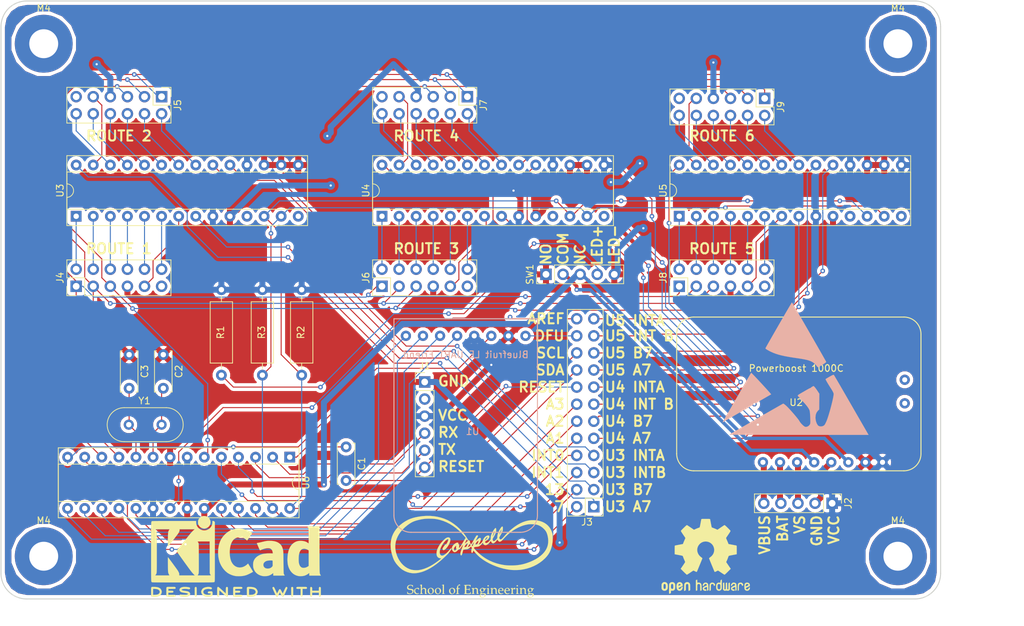
<source format=kicad_pcb>
(kicad_pcb (version 4) (host pcbnew 4.0.6)
  (layers (0 F.Cu mixed hide) (31 B.Cu mixed hide) (34 B.Paste user) (35 F.Paste user) (36 B.SilkS user) (37 F.SilkS user) (38 B.Mask user) (39 F.Mask user) (44 Edge.Cuts user))
  (net 0 "")
  (net 1 /CKC)
  (net 2 /GND)
  (net 3 /CKA)
  (net 4 /CKB)
  (net 5 /VCC)
  (net 6 /SCL)
  (net 7 /SDA)
  (net 8 "Net-(C2-Pad2)")
  (net 9 "Net-(R1-Pad1)")
  (net 10 "Net-(SW1-Pad2)")
  (net 11 /controller.sch/RESET)
  (net 12 /controller.sch/A0)
  (net 13 /controller.sch/A1)
  (net 14 /controller.sch/A2)
  (net 15 /controller.sch/A3)
  (net 16 /RXI)
  (net 17 /TXO)
  (net 18 /CTS)
  (net 19 /MOD)
  (net 20 /RTS)
  (net 21 /RST)
  (net 22 "Net-(C3-Pad2)")
  (net 23 /RX)
  (net 24 /TX)
  (net 25 /BLE_DFU)
  (net 26 "Net-(J2-Pad5)")
  (net 27 "Net-(J2-Pad4)")
  (net 28 "Net-(J2-Pad3)")
  (net 29 "Net-(J2-Pad2)")
  (net 30 /U3INTB)
  (net 31 /U3INTA)
  (net 32 /U3B7)
  (net 33 /U3A7)
  (net 34 /U4INTB)
  (net 35 /U4INTA)
  (net 36 /U4B7)
  (net 37 /U4A7)
  (net 38 /U5INTB)
  (net 39 /U5INTA)
  (net 40 /U5B7)
  (net 41 /U5A7)
  (net 42 /AREF)
  (net 43 /13)
  (net 44 /7)
  (net 45 /INT0)
  (net 46 /INT1)
  (net 47 "Net-(J4-Pad9)")
  (net 48 "Net-(J4-Pad10)")
  (net 49 "Net-(J4-Pad12)")
  (net 50 "Net-(J5-Pad9)")
  (net 51 "Net-(J5-Pad10)")
  (net 52 "Net-(J5-Pad12)")
  (net 53 "Net-(J6-Pad9)")
  (net 54 "Net-(J6-Pad10)")
  (net 55 "Net-(J6-Pad12)")
  (net 56 "Net-(J7-Pad9)")
  (net 57 "Net-(J7-Pad10)")
  (net 58 "Net-(J7-Pad12)")
  (net 59 "Net-(J8-Pad9)")
  (net 60 "Net-(J8-Pad10)")
  (net 61 "Net-(J8-Pad12)")
  (net 62 "Net-(J9-Pad9)")
  (net 63 "Net-(J9-Pad10)")
  (net 64 "Net-(J9-Pad12)")
  (net 65 "Net-(J4-Pad2)")
  (net 66 "Net-(J4-Pad4)")
  (net 67 "Net-(J4-Pad6)")
  (net 68 "Net-(J4-Pad8)")
  (net 69 "Net-(J5-Pad2)")
  (net 70 "Net-(J5-Pad4)")
  (net 71 "Net-(J5-Pad6)")
  (net 72 "Net-(J5-Pad8)")
  (net 73 "Net-(J6-Pad2)")
  (net 74 "Net-(J6-Pad4)")
  (net 75 "Net-(J6-Pad6)")
  (net 76 "Net-(J6-Pad8)")
  (net 77 "Net-(J7-Pad2)")
  (net 78 "Net-(J7-Pad4)")
  (net 79 "Net-(J7-Pad6)")
  (net 80 "Net-(J7-Pad8)")
  (net 81 "Net-(J8-Pad2)")
  (net 82 "Net-(J8-Pad4)")
  (net 83 "Net-(J8-Pad6)")
  (net 84 "Net-(J8-Pad8)")
  (net 85 "Net-(J9-Pad2)")
  (net 86 "Net-(J9-Pad4)")
  (net 87 "Net-(J9-Pad6)")
  (net 88 "Net-(J9-Pad8)")
  (module Housings_DIP:DIP-28_W7.62mm_Socket (layer F.Cu) (at 126.492 101.854 90)
    (fp_text reference U4 (at 3.81 -2.39 90) (layer F.SilkS))
    (fp_text value MCP23017)
    (pad 1 thru_hole rect (at 0 0 90) (size 1.6 1.6) (drill 0.8) (layers *.Cu *.Mask) (net 73 "Net-(J6-Pad2)"))
    (pad 15 thru_hole oval (at 7.62 33.02 90) (size 1.6 1.6) (drill 0.8) (layers *.Cu *.Mask) (net 5 /VCC))
    (pad 2 thru_hole oval (at 0 2.54 90) (size 1.6 1.6) (drill 0.8) (layers *.Cu *.Mask) (net 74 "Net-(J6-Pad4)"))
    (pad 16 thru_hole oval (at 7.62 30.48 90) (size 1.6 1.6) (drill 0.8) (layers *.Cu *.Mask) (net 2 /GND))
    (pad 3 thru_hole oval (at 0 5.08 90) (size 1.6 1.6) (drill 0.8) (layers *.Cu *.Mask) (net 75 "Net-(J6-Pad6)"))
    (pad 17 thru_hole oval (at 7.62 27.94 90) (size 1.6 1.6) (drill 0.8) (layers *.Cu *.Mask) (net 2 /GND))
    (pad 4 thru_hole oval (at 0 7.62 90) (size 1.6 1.6) (drill 0.8) (layers *.Cu *.Mask) (net 76 "Net-(J6-Pad8)"))
    (pad 18 thru_hole oval (at 7.62 25.4 90) (size 1.6 1.6) (drill 0.8) (layers *.Cu *.Mask) (net 5 /VCC))
    (pad 5 thru_hole oval (at 0 10.16 90) (size 1.6 1.6) (drill 0.8) (layers *.Cu *.Mask) (net 54 "Net-(J6-Pad10)"))
    (pad 19 thru_hole oval (at 7.62 22.86 90) (size 1.6 1.6) (drill 0.8) (layers *.Cu *.Mask) (net 34 /U4INTB))
    (pad 6 thru_hole oval (at 0 12.7 90) (size 1.6 1.6) (drill 0.8) (layers *.Cu *.Mask) (net 55 "Net-(J6-Pad12)"))
    (pad 20 thru_hole oval (at 7.62 20.32 90) (size 1.6 1.6) (drill 0.8) (layers *.Cu *.Mask) (net 35 /U4INTA))
    (pad 7 thru_hole oval (at 0 15.24 90) (size 1.6 1.6) (drill 0.8) (layers *.Cu *.Mask) (net 53 "Net-(J6-Pad9)"))
    (pad 21 thru_hole oval (at 7.62 17.78 90) (size 1.6 1.6) (drill 0.8) (layers *.Cu *.Mask) (net 77 "Net-(J7-Pad2)"))
    (pad 8 thru_hole oval (at 0 17.78 90) (size 1.6 1.6) (drill 0.8) (layers *.Cu *.Mask) (net 36 /U4B7))
    (pad 22 thru_hole oval (at 7.62 15.24 90) (size 1.6 1.6) (drill 0.8) (layers *.Cu *.Mask) (net 78 "Net-(J7-Pad4)"))
    (pad 9 thru_hole oval (at 0 20.32 90) (size 1.6 1.6) (drill 0.8) (layers *.Cu *.Mask) (net 5 /VCC))
    (pad 23 thru_hole oval (at 7.62 12.7 90) (size 1.6 1.6) (drill 0.8) (layers *.Cu *.Mask) (net 79 "Net-(J7-Pad6)"))
    (pad 10 thru_hole oval (at 0 22.86 90) (size 1.6 1.6) (drill 0.8) (layers *.Cu *.Mask) (net 2 /GND))
    (pad 24 thru_hole oval (at 7.62 10.16 90) (size 1.6 1.6) (drill 0.8) (layers *.Cu *.Mask) (net 80 "Net-(J7-Pad8)"))
    (pad 11 thru_hole oval (at 0 25.4 90) (size 1.6 1.6) (drill 0.8) (layers *.Cu *.Mask))
    (pad 25 thru_hole oval (at 7.62 7.62 90) (size 1.6 1.6) (drill 0.8) (layers *.Cu *.Mask) (net 57 "Net-(J7-Pad10)"))
    (pad 12 thru_hole oval (at 0 27.94 90) (size 1.6 1.6) (drill 0.8) (layers *.Cu *.Mask) (net 6 /SCL))
    (pad 26 thru_hole oval (at 7.62 5.08 90) (size 1.6 1.6) (drill 0.8) (layers *.Cu *.Mask) (net 58 "Net-(J7-Pad12)"))
    (pad 13 thru_hole oval (at 0 30.48 90) (size 1.6 1.6) (drill 0.8) (layers *.Cu *.Mask) (net 7 /SDA))
    (pad 27 thru_hole oval (at 7.62 2.54 90) (size 1.6 1.6) (drill 0.8) (layers *.Cu *.Mask) (net 56 "Net-(J7-Pad9)"))
    (pad 14 thru_hole oval (at 0 33.02 90) (size 1.6 1.6) (drill 0.8) (layers *.Cu *.Mask))
    (pad 28 thru_hole oval (at 7.62 0 90) (size 1.6 1.6) (drill 0.8) (layers *.Cu *.Mask) (net 37 /U4A7))
  )
  (module Extra-Parts:Blueferuit_LE_UART (layer B.Cu) (at 128.27 117.094 270)
    (fp_text reference U1 (at 16.764 -11.684 360) (layer B.SilkS) (effects (justify mirror)))
    (fp_text value Adafruit_Bluefruit_LE_UART_Friend)
    (pad 1 thru_hole circle (at 2.54 -1.778 270) (size 1.524 1.524) (drill 0.762) (layers *.Cu *.Mask) (net 19 /MOD))
    (pad 2 thru_hole circle (at 2.54 -4.318 270) (size 1.524 1.524) (drill 0.762) (layers *.Cu *.Mask) (net 18 /CTS))
    (pad 3 thru_hole circle (at 2.54 -6.858 270) (size 1.524 1.524) (drill 0.762) (layers *.Cu *.Mask) (net 17 /TXO))
    (pad 4 thru_hole circle (at 2.54 -9.398 270) (size 1.524 1.524) (drill 0.762) (layers *.Cu *.Mask) (net 16 /RXI))
    (pad 5 thru_hole circle (at 2.54 -11.938 270) (size 1.524 1.524) (drill 0.762) (layers *.Cu *.Mask) (net 5 /VCC))
    (pad 6 thru_hole circle (at 2.54 -14.478 270) (size 1.524 1.524) (drill 0.762) (layers *.Cu *.Mask) (net 20 /RTS))
    (pad 7 thru_hole circle (at 2.54 -17.018 270) (size 1.524 1.524) (drill 0.762) (layers *.Cu *.Mask) (net 2 /GND))
    (pad 8 thru_hole circle (at 2.54 -19.558 270) (size 1.524 1.524) (drill 0.762) (layers *.Cu *.Mask) (net 25 /BLE_DFU))
  )
  (module Capacitors_THT:C_Disc_D6.0mm_W2.5mm_P5.00mm (layer F.Cu) (at 121.158 136.144 270)
    (fp_text reference C1 (at 2.5 -2.31 270) (layer F.SilkS))
    (fp_text value C.1uF)
    (pad 1 thru_hole circle (at 0 0 270) (size 1.6 1.6) (drill 0.8) (layers *.Cu *.Mask) (net 11 /controller.sch/RESET))
    (pad 2 thru_hole circle (at 5 0 270) (size 1.6 1.6) (drill 0.8) (layers *.Cu *.Mask) (net 21 /RST))
  )
  (module Pin_Headers:Pin_Header_Straight_1x06_Pitch2.54mm (layer F.Cu) (at 132.842 126.492)
    (fp_text reference J1 (at 0 -2.39) (layer F.SilkS))
    (fp_text value CONN_01X06)
    (pad 1 thru_hole rect (at 0 0) (size 1.7 1.7) (drill 1) (layers *.Cu *.Mask) (net 2 /GND))
    (pad 2 thru_hole oval (at 0 2.54) (size 1.7 1.7) (drill 1) (layers *.Cu *.Mask))
    (pad 3 thru_hole oval (at 0 5.08) (size 1.7 1.7) (drill 1) (layers *.Cu *.Mask) (net 5 /VCC))
    (pad 4 thru_hole oval (at 0 7.62) (size 1.7 1.7) (drill 1) (layers *.Cu *.Mask) (net 23 /RX))
    (pad 5 thru_hole oval (at 0 10.16) (size 1.7 1.7) (drill 1) (layers *.Cu *.Mask) (net 24 /TX))
    (pad 6 thru_hole oval (at 0 12.7) (size 1.7 1.7) (drill 1) (layers *.Cu *.Mask) (net 21 /RST))
  )
  (module Pin_Headers:Pin_Header_Straight_1x05_Pitch2.54mm (layer F.Cu) (at 193.421 144.526 270)
    (fp_text reference J2 (at 0 -2.39 270) (layer F.SilkS))
    (fp_text value CONN_01X05)
    (pad 1 thru_hole rect (at 0 0 270) (size 1.7 1.7) (drill 1) (layers *.Cu *.Mask) (net 5 /VCC))
    (pad 2 thru_hole oval (at 0 2.54 270) (size 1.7 1.7) (drill 1) (layers *.Cu *.Mask) (net 29 "Net-(J2-Pad2)"))
    (pad 3 thru_hole oval (at 0 5.08 270) (size 1.7 1.7) (drill 1) (layers *.Cu *.Mask) (net 28 "Net-(J2-Pad3)"))
    (pad 4 thru_hole oval (at 0 7.62 270) (size 1.7 1.7) (drill 1) (layers *.Cu *.Mask) (net 27 "Net-(J2-Pad4)"))
    (pad 5 thru_hole oval (at 0 10.16 270) (size 1.7 1.7) (drill 1) (layers *.Cu *.Mask) (net 26 "Net-(J2-Pad5)"))
  )
  (module Pin_Headers:Pin_Header_Straight_2x12_Pitch2.54mm (layer F.Cu) (at 157.988 145.034 180)
    (fp_text reference J3 (at 1.016 -2.286 180) (layer F.SilkS))
    (fp_text value CONN_02X12)
    (pad 1 thru_hole rect (at 0 0 180) (size 1.7 1.7) (drill 1) (layers *.Cu *.Mask) (net 33 /U3A7))
    (pad 2 thru_hole oval (at 2.54 0 180) (size 1.7 1.7) (drill 1) (layers *.Cu *.Mask) (net 44 /7))
    (pad 3 thru_hole oval (at 0 2.54 180) (size 1.7 1.7) (drill 1) (layers *.Cu *.Mask) (net 32 /U3B7))
    (pad 4 thru_hole oval (at 2.54 2.54 180) (size 1.7 1.7) (drill 1) (layers *.Cu *.Mask) (net 43 /13))
    (pad 5 thru_hole oval (at 0 5.08 180) (size 1.7 1.7) (drill 1) (layers *.Cu *.Mask) (net 31 /U3INTA))
    (pad 6 thru_hole oval (at 2.54 5.08 180) (size 1.7 1.7) (drill 1) (layers *.Cu *.Mask) (net 46 /INT1))
    (pad 7 thru_hole oval (at 0 7.62 180) (size 1.7 1.7) (drill 1) (layers *.Cu *.Mask) (net 30 /U3INTB))
    (pad 8 thru_hole oval (at 2.54 7.62 180) (size 1.7 1.7) (drill 1) (layers *.Cu *.Mask) (net 45 /INT0))
    (pad 9 thru_hole oval (at 0 10.16 180) (size 1.7 1.7) (drill 1) (layers *.Cu *.Mask) (net 37 /U4A7))
    (pad 10 thru_hole oval (at 2.54 10.16 180) (size 1.7 1.7) (drill 1) (layers *.Cu *.Mask) (net 13 /controller.sch/A1))
    (pad 11 thru_hole oval (at 0 12.7 180) (size 1.7 1.7) (drill 1) (layers *.Cu *.Mask) (net 36 /U4B7))
    (pad 12 thru_hole oval (at 2.54 12.7 180) (size 1.7 1.7) (drill 1) (layers *.Cu *.Mask) (net 14 /controller.sch/A2))
    (pad 13 thru_hole oval (at 0 15.24 180) (size 1.7 1.7) (drill 1) (layers *.Cu *.Mask) (net 35 /U4INTA))
    (pad 14 thru_hole oval (at 2.54 15.24 180) (size 1.7 1.7) (drill 1) (layers *.Cu *.Mask) (net 15 /controller.sch/A3))
    (pad 15 thru_hole oval (at 0 17.78 180) (size 1.7 1.7) (drill 1) (layers *.Cu *.Mask) (net 34 /U4INTB))
    (pad 16 thru_hole oval (at 2.54 17.78 180) (size 1.7 1.7) (drill 1) (layers *.Cu *.Mask) (net 21 /RST))
    (pad 17 thru_hole oval (at 0 20.32 180) (size 1.7 1.7) (drill 1) (layers *.Cu *.Mask) (net 41 /U5A7))
    (pad 18 thru_hole oval (at 2.54 20.32 180) (size 1.7 1.7) (drill 1) (layers *.Cu *.Mask) (net 7 /SDA))
    (pad 19 thru_hole oval (at 0 22.86 180) (size 1.7 1.7) (drill 1) (layers *.Cu *.Mask) (net 40 /U5B7))
    (pad 20 thru_hole oval (at 2.54 22.86 180) (size 1.7 1.7) (drill 1) (layers *.Cu *.Mask) (net 6 /SCL))
    (pad 21 thru_hole oval (at 0 25.4 180) (size 1.7 1.7) (drill 1) (layers *.Cu *.Mask) (net 39 /U5INTA))
    (pad 22 thru_hole oval (at 2.54 25.4 180) (size 1.7 1.7) (drill 1) (layers *.Cu *.Mask) (net 25 /BLE_DFU))
    (pad 23 thru_hole oval (at 0 27.94 180) (size 1.7 1.7) (drill 1) (layers *.Cu *.Mask) (net 38 /U5INTB))
    (pad 24 thru_hole oval (at 2.54 27.94 180) (size 1.7 1.7) (drill 1) (layers *.Cu *.Mask) (net 42 /AREF))
  )
  (module Pin_Headers:Pin_Header_Straight_2x06_Pitch2.54mm (layer F.Cu) (at 81.026 112.268 90)
    (fp_text reference J4 (at 1.27 -2.39 90) (layer F.SilkS))
    (fp_text value CONN_02X06)
    (pad 1 thru_hole rect (at 0 0 90) (size 1.7 1.7) (drill 1) (layers *.Cu *.Mask) (net 1 /CKC))
    (pad 2 thru_hole oval (at 2.54 0 90) (size 1.7 1.7) (drill 1) (layers *.Cu *.Mask) (net 65 "Net-(J4-Pad2)"))
    (pad 3 thru_hole oval (at 0 2.54 90) (size 1.7 1.7) (drill 1) (layers *.Cu *.Mask) (net 4 /CKB))
    (pad 4 thru_hole oval (at 2.54 2.54 90) (size 1.7 1.7) (drill 1) (layers *.Cu *.Mask) (net 66 "Net-(J4-Pad4)"))
    (pad 5 thru_hole oval (at 0 5.08 90) (size 1.7 1.7) (drill 1) (layers *.Cu *.Mask) (net 3 /CKA))
    (pad 6 thru_hole oval (at 2.54 5.08 90) (size 1.7 1.7) (drill 1) (layers *.Cu *.Mask) (net 67 "Net-(J4-Pad6)"))
    (pad 7 thru_hole oval (at 0 7.62 90) (size 1.7 1.7) (drill 1) (layers *.Cu *.Mask) (net 2 /GND))
    (pad 8 thru_hole oval (at 2.54 7.62 90) (size 1.7 1.7) (drill 1) (layers *.Cu *.Mask) (net 68 "Net-(J4-Pad8)"))
    (pad 9 thru_hole oval (at 0 10.16 90) (size 1.7 1.7) (drill 1) (layers *.Cu *.Mask) (net 47 "Net-(J4-Pad9)"))
    (pad 10 thru_hole oval (at 2.54 10.16 90) (size 1.7 1.7) (drill 1) (layers *.Cu *.Mask) (net 48 "Net-(J4-Pad10)"))
    (pad 11 thru_hole oval (at 0 12.7 90) (size 1.7 1.7) (drill 1) (layers *.Cu *.Mask))
    (pad 12 thru_hole oval (at 2.54 12.7 90) (size 1.7 1.7) (drill 1) (layers *.Cu *.Mask) (net 49 "Net-(J4-Pad12)"))
  )
  (module Pin_Headers:Pin_Header_Straight_2x06_Pitch2.54mm (layer F.Cu) (at 93.726 84.074 270)
    (fp_text reference J5 (at 1.27 -2.39 270) (layer F.SilkS))
    (fp_text value CONN_02X06)
    (pad 1 thru_hole rect (at 0 0 270) (size 1.7 1.7) (drill 1) (layers *.Cu *.Mask) (net 1 /CKC))
    (pad 2 thru_hole oval (at 2.54 0 270) (size 1.7 1.7) (drill 1) (layers *.Cu *.Mask) (net 69 "Net-(J5-Pad2)"))
    (pad 3 thru_hole oval (at 0 2.54 270) (size 1.7 1.7) (drill 1) (layers *.Cu *.Mask) (net 4 /CKB))
    (pad 4 thru_hole oval (at 2.54 2.54 270) (size 1.7 1.7) (drill 1) (layers *.Cu *.Mask) (net 70 "Net-(J5-Pad4)"))
    (pad 5 thru_hole oval (at 0 5.08 270) (size 1.7 1.7) (drill 1) (layers *.Cu *.Mask) (net 3 /CKA))
    (pad 6 thru_hole oval (at 2.54 5.08 270) (size 1.7 1.7) (drill 1) (layers *.Cu *.Mask) (net 71 "Net-(J5-Pad6)"))
    (pad 7 thru_hole oval (at 0 7.62 270) (size 1.7 1.7) (drill 1) (layers *.Cu *.Mask) (net 2 /GND))
    (pad 8 thru_hole oval (at 2.54 7.62 270) (size 1.7 1.7) (drill 1) (layers *.Cu *.Mask) (net 72 "Net-(J5-Pad8)"))
    (pad 9 thru_hole oval (at 0 10.16 270) (size 1.7 1.7) (drill 1) (layers *.Cu *.Mask) (net 50 "Net-(J5-Pad9)"))
    (pad 10 thru_hole oval (at 2.54 10.16 270) (size 1.7 1.7) (drill 1) (layers *.Cu *.Mask) (net 51 "Net-(J5-Pad10)"))
    (pad 11 thru_hole oval (at 0 12.7 270) (size 1.7 1.7) (drill 1) (layers *.Cu *.Mask))
    (pad 12 thru_hole oval (at 2.54 12.7 270) (size 1.7 1.7) (drill 1) (layers *.Cu *.Mask) (net 52 "Net-(J5-Pad12)"))
  )
  (module Pin_Headers:Pin_Header_Straight_2x06_Pitch2.54mm (layer F.Cu) (at 126.492 112.268 90)
    (fp_text reference J6 (at 1.27 -2.39 90) (layer F.SilkS))
    (fp_text value CONN_02X06)
    (pad 1 thru_hole rect (at 0 0 90) (size 1.7 1.7) (drill 1) (layers *.Cu *.Mask) (net 1 /CKC))
    (pad 2 thru_hole oval (at 2.54 0 90) (size 1.7 1.7) (drill 1) (layers *.Cu *.Mask) (net 73 "Net-(J6-Pad2)"))
    (pad 3 thru_hole oval (at 0 2.54 90) (size 1.7 1.7) (drill 1) (layers *.Cu *.Mask) (net 4 /CKB))
    (pad 4 thru_hole oval (at 2.54 2.54 90) (size 1.7 1.7) (drill 1) (layers *.Cu *.Mask) (net 74 "Net-(J6-Pad4)"))
    (pad 5 thru_hole oval (at 0 5.08 90) (size 1.7 1.7) (drill 1) (layers *.Cu *.Mask) (net 3 /CKA))
    (pad 6 thru_hole oval (at 2.54 5.08 90) (size 1.7 1.7) (drill 1) (layers *.Cu *.Mask) (net 75 "Net-(J6-Pad6)"))
    (pad 7 thru_hole oval (at 0 7.62 90) (size 1.7 1.7) (drill 1) (layers *.Cu *.Mask) (net 2 /GND))
    (pad 8 thru_hole oval (at 2.54 7.62 90) (size 1.7 1.7) (drill 1) (layers *.Cu *.Mask) (net 76 "Net-(J6-Pad8)"))
    (pad 9 thru_hole oval (at 0 10.16 90) (size 1.7 1.7) (drill 1) (layers *.Cu *.Mask) (net 53 "Net-(J6-Pad9)"))
    (pad 10 thru_hole oval (at 2.54 10.16 90) (size 1.7 1.7) (drill 1) (layers *.Cu *.Mask) (net 54 "Net-(J6-Pad10)"))
    (pad 11 thru_hole oval (at 0 12.7 90) (size 1.7 1.7) (drill 1) (layers *.Cu *.Mask))
    (pad 12 thru_hole oval (at 2.54 12.7 90) (size 1.7 1.7) (drill 1) (layers *.Cu *.Mask) (net 55 "Net-(J6-Pad12)"))
  )
  (module Pin_Headers:Pin_Header_Straight_2x06_Pitch2.54mm (layer F.Cu) (at 139.192 84.074 270)
    (fp_text reference J7 (at 1.27 -2.39 270) (layer F.SilkS))
    (fp_text value CONN_02X06)
    (pad 1 thru_hole rect (at 0 0 270) (size 1.7 1.7) (drill 1) (layers *.Cu *.Mask) (net 1 /CKC))
    (pad 2 thru_hole oval (at 2.54 0 270) (size 1.7 1.7) (drill 1) (layers *.Cu *.Mask) (net 77 "Net-(J7-Pad2)"))
    (pad 3 thru_hole oval (at 0 2.54 270) (size 1.7 1.7) (drill 1) (layers *.Cu *.Mask) (net 4 /CKB))
    (pad 4 thru_hole oval (at 2.54 2.54 270) (size 1.7 1.7) (drill 1) (layers *.Cu *.Mask) (net 78 "Net-(J7-Pad4)"))
    (pad 5 thru_hole oval (at 0 5.08 270) (size 1.7 1.7) (drill 1) (layers *.Cu *.Mask) (net 3 /CKA))
    (pad 6 thru_hole oval (at 2.54 5.08 270) (size 1.7 1.7) (drill 1) (layers *.Cu *.Mask) (net 79 "Net-(J7-Pad6)"))
    (pad 7 thru_hole oval (at 0 7.62 270) (size 1.7 1.7) (drill 1) (layers *.Cu *.Mask) (net 2 /GND))
    (pad 8 thru_hole oval (at 2.54 7.62 270) (size 1.7 1.7) (drill 1) (layers *.Cu *.Mask) (net 80 "Net-(J7-Pad8)"))
    (pad 9 thru_hole oval (at 0 10.16 270) (size 1.7 1.7) (drill 1) (layers *.Cu *.Mask) (net 56 "Net-(J7-Pad9)"))
    (pad 10 thru_hole oval (at 2.54 10.16 270) (size 1.7 1.7) (drill 1) (layers *.Cu *.Mask) (net 57 "Net-(J7-Pad10)"))
    (pad 11 thru_hole oval (at 0 12.7 270) (size 1.7 1.7) (drill 1) (layers *.Cu *.Mask))
    (pad 12 thru_hole oval (at 2.54 12.7 270) (size 1.7 1.7) (drill 1) (layers *.Cu *.Mask) (net 58 "Net-(J7-Pad12)"))
  )
  (module Pin_Headers:Pin_Header_Straight_2x06_Pitch2.54mm (layer F.Cu) (at 170.688 112.268 90)
    (fp_text reference J8 (at 1.27 -2.39 90) (layer F.SilkS))
    (fp_text value CONN_02X06)
    (pad 1 thru_hole rect (at 0 0 90) (size 1.7 1.7) (drill 1) (layers *.Cu *.Mask) (net 1 /CKC))
    (pad 2 thru_hole oval (at 2.54 0 90) (size 1.7 1.7) (drill 1) (layers *.Cu *.Mask) (net 81 "Net-(J8-Pad2)"))
    (pad 3 thru_hole oval (at 0 2.54 90) (size 1.7 1.7) (drill 1) (layers *.Cu *.Mask) (net 4 /CKB))
    (pad 4 thru_hole oval (at 2.54 2.54 90) (size 1.7 1.7) (drill 1) (layers *.Cu *.Mask) (net 82 "Net-(J8-Pad4)"))
    (pad 5 thru_hole oval (at 0 5.08 90) (size 1.7 1.7) (drill 1) (layers *.Cu *.Mask) (net 3 /CKA))
    (pad 6 thru_hole oval (at 2.54 5.08 90) (size 1.7 1.7) (drill 1) (layers *.Cu *.Mask) (net 83 "Net-(J8-Pad6)"))
    (pad 7 thru_hole oval (at 0 7.62 90) (size 1.7 1.7) (drill 1) (layers *.Cu *.Mask) (net 2 /GND))
    (pad 8 thru_hole oval (at 2.54 7.62 90) (size 1.7 1.7) (drill 1) (layers *.Cu *.Mask) (net 84 "Net-(J8-Pad8)"))
    (pad 9 thru_hole oval (at 0 10.16 90) (size 1.7 1.7) (drill 1) (layers *.Cu *.Mask) (net 59 "Net-(J8-Pad9)"))
    (pad 10 thru_hole oval (at 2.54 10.16 90) (size 1.7 1.7) (drill 1) (layers *.Cu *.Mask) (net 60 "Net-(J8-Pad10)"))
    (pad 11 thru_hole oval (at 0 12.7 90) (size 1.7 1.7) (drill 1) (layers *.Cu *.Mask))
    (pad 12 thru_hole oval (at 2.54 12.7 90) (size 1.7 1.7) (drill 1) (layers *.Cu *.Mask) (net 61 "Net-(J8-Pad12)"))
  )
  (module Pin_Headers:Pin_Header_Straight_2x06_Pitch2.54mm (layer F.Cu) (at 183.388 84.328 270)
    (fp_text reference J9 (at 1.27 -2.39 270) (layer F.SilkS))
    (fp_text value CONN_02X06)
    (pad 1 thru_hole rect (at 0 0 270) (size 1.7 1.7) (drill 1) (layers *.Cu *.Mask) (net 1 /CKC))
    (pad 2 thru_hole oval (at 2.54 0 270) (size 1.7 1.7) (drill 1) (layers *.Cu *.Mask) (net 85 "Net-(J9-Pad2)"))
    (pad 3 thru_hole oval (at 0 2.54 270) (size 1.7 1.7) (drill 1) (layers *.Cu *.Mask) (net 4 /CKB))
    (pad 4 thru_hole oval (at 2.54 2.54 270) (size 1.7 1.7) (drill 1) (layers *.Cu *.Mask) (net 86 "Net-(J9-Pad4)"))
    (pad 5 thru_hole oval (at 0 5.08 270) (size 1.7 1.7) (drill 1) (layers *.Cu *.Mask) (net 3 /CKA))
    (pad 6 thru_hole oval (at 2.54 5.08 270) (size 1.7 1.7) (drill 1) (layers *.Cu *.Mask) (net 87 "Net-(J9-Pad6)"))
    (pad 7 thru_hole oval (at 0 7.62 270) (size 1.7 1.7) (drill 1) (layers *.Cu *.Mask) (net 2 /GND))
    (pad 8 thru_hole oval (at 2.54 7.62 270) (size 1.7 1.7) (drill 1) (layers *.Cu *.Mask) (net 88 "Net-(J9-Pad8)"))
    (pad 9 thru_hole oval (at 0 10.16 270) (size 1.7 1.7) (drill 1) (layers *.Cu *.Mask) (net 62 "Net-(J9-Pad9)"))
    (pad 10 thru_hole oval (at 2.54 10.16 270) (size 1.7 1.7) (drill 1) (layers *.Cu *.Mask) (net 63 "Net-(J9-Pad10)"))
    (pad 11 thru_hole oval (at 0 12.7 270) (size 1.7 1.7) (drill 1) (layers *.Cu *.Mask))
    (pad 12 thru_hole oval (at 2.54 12.7 270) (size 1.7 1.7) (drill 1) (layers *.Cu *.Mask) (net 64 "Net-(J9-Pad12)"))
  )
  (module Resistors_THT:R_Axial_DIN0309_L9.0mm_D3.2mm_P12.70mm_Horizontal (layer F.Cu) (at 102.616 125.476 90)
    (fp_text reference R1 (at 6.35 -0.12 90) (layer F.SilkS))
    (fp_text value R220)
    (pad 1 thru_hole circle (at 0 0 90) (size 1.6 1.6) (drill 0.8) (layers *.Cu *.Mask) (net 9 "Net-(R1-Pad1)"))
    (pad 2 thru_hole oval (at 12.7 0 90) (size 1.6 1.6) (drill 0.8) (layers *.Cu *.Mask) (net 5 /VCC))
  )
  (module Resistors_THT:R_Axial_DIN0309_L9.0mm_D3.2mm_P12.70mm_Horizontal (layer F.Cu) (at 114.554 125.476 90)
    (fp_text reference R2 (at 6.35 -0.12 90) (layer F.SilkS))
    (fp_text value R4K7)
    (pad 1 thru_hole circle (at 0 0 90) (size 1.6 1.6) (drill 0.8) (layers *.Cu *.Mask) (net 6 /SCL))
    (pad 2 thru_hole oval (at 12.7 0 90) (size 1.6 1.6) (drill 0.8) (layers *.Cu *.Mask) (net 5 /VCC))
  )
  (module Resistors_THT:R_Axial_DIN0309_L9.0mm_D3.2mm_P12.70mm_Horizontal (layer F.Cu) (at 108.712 125.476 90)
    (fp_text reference R3 (at 6.35 -0.12 90) (layer F.SilkS))
    (fp_text value R4K7)
    (pad 1 thru_hole circle (at 0 0 90) (size 1.6 1.6) (drill 0.8) (layers *.Cu *.Mask) (net 7 /SDA))
    (pad 2 thru_hole oval (at 12.7 0 90) (size 1.6 1.6) (drill 0.8) (layers *.Cu *.Mask) (net 5 /VCC))
  )
  (module Pin_Headers:Pin_Header_Straight_1x05_Pitch2.54mm (layer F.Cu) (at 150.876 110.49 90)
    (fp_text reference SW1 (at 0 -2.39 90) (layer F.SilkS))
    (fp_text value SW_SPDT_LED)
    (pad 1 thru_hole rect (at 0 0 90) (size 1.7 1.7) (drill 1) (layers *.Cu *.Mask) (net 2 /GND))
    (pad 2 thru_hole oval (at 0 2.54 90) (size 1.7 1.7) (drill 1) (layers *.Cu *.Mask) (net 10 "Net-(SW1-Pad2)"))
    (pad 3 thru_hole oval (at 0 5.08 90) (size 1.7 1.7) (drill 1) (layers *.Cu *.Mask) (net 12 /controller.sch/A0))
    (pad 4 thru_hole oval (at 0 7.62 90) (size 1.7 1.7) (drill 1) (layers *.Cu *.Mask) (net 9 "Net-(R1-Pad1)"))
    (pad 5 thru_hole oval (at 0 10.16 90) (size 1.7 1.7) (drill 1) (layers *.Cu *.Mask) (net 2 /GND))
  )
  (module Extra-Parts:Powerboost1000c (layer F.Cu) (at 170.307 116.84)
    (fp_text reference U2 (at 17.78 12.7) (layer F.SilkS))
    (fp_text value "Powerboost 1000C" (at 17.78 7.62) (layer F.SilkS))
    (pad 1 thru_hole circle (at 12.827 21.59) (size 1.524 1.524) (drill 0.762) (layers *.Cu *.Mask) (net 26 "Net-(J2-Pad5)"))
    (pad 2 thru_hole circle (at 15.367 21.59) (size 1.524 1.524) (drill 0.762) (layers *.Cu *.Mask) (net 27 "Net-(J2-Pad4)"))
    (pad 3 thru_hole circle (at 17.907 21.59) (size 1.524 1.524) (drill 0.762) (layers *.Cu *.Mask) (net 28 "Net-(J2-Pad3)"))
    (pad 4 thru_hole circle (at 20.447 21.59) (size 1.524 1.524) (drill 0.762) (layers *.Cu *.Mask) (net 10 "Net-(SW1-Pad2)"))
    (pad 5 thru_hole circle (at 22.987 21.59) (size 1.524 1.524) (drill 0.762) (layers *.Cu *.Mask) (net 29 "Net-(J2-Pad2)"))
    (pad 6 thru_hole circle (at 25.527 21.59) (size 1.524 1.524) (drill 0.762) (layers *.Cu *.Mask) (net 12 /controller.sch/A0))
    (pad 7 thru_hole circle (at 28.067 21.59) (size 1.524 1.524) (drill 0.762) (layers *.Cu *.Mask) (net 2 /GND))
    (pad 8 thru_hole circle (at 30.607 21.59) (size 1.524 1.524) (drill 0.762) (layers *.Cu *.Mask) (net 5 /VCC))
    (pad 9 thru_hole circle (at 33.909 12.827) (size 1.524 1.524) (drill 0.762) (layers *.Cu *.Mask))
    (pad 10 thru_hole circle (at 33.909 9.327) (size 1.524 1.524) (drill 0.762) (layers *.Cu *.Mask))
  )
  (module Housings_DIP:DIP-28_W7.62mm_Socket (layer F.Cu) (at 81.026 101.854 90)
    (fp_text reference U3 (at 3.81 -2.39 90) (layer F.SilkS))
    (fp_text value MCP23017)
    (pad 1 thru_hole rect (at 0 0 90) (size 1.6 1.6) (drill 0.8) (layers *.Cu *.Mask) (net 65 "Net-(J4-Pad2)"))
    (pad 15 thru_hole oval (at 7.62 33.02 90) (size 1.6 1.6) (drill 0.8) (layers *.Cu *.Mask) (net 2 /GND))
    (pad 2 thru_hole oval (at 0 2.54 90) (size 1.6 1.6) (drill 0.8) (layers *.Cu *.Mask) (net 66 "Net-(J4-Pad4)"))
    (pad 16 thru_hole oval (at 7.62 30.48 90) (size 1.6 1.6) (drill 0.8) (layers *.Cu *.Mask) (net 2 /GND))
    (pad 3 thru_hole oval (at 0 5.08 90) (size 1.6 1.6) (drill 0.8) (layers *.Cu *.Mask) (net 67 "Net-(J4-Pad6)"))
    (pad 17 thru_hole oval (at 7.62 27.94 90) (size 1.6 1.6) (drill 0.8) (layers *.Cu *.Mask) (net 2 /GND))
    (pad 4 thru_hole oval (at 0 7.62 90) (size 1.6 1.6) (drill 0.8) (layers *.Cu *.Mask) (net 68 "Net-(J4-Pad8)"))
    (pad 18 thru_hole oval (at 7.62 25.4 90) (size 1.6 1.6) (drill 0.8) (layers *.Cu *.Mask) (net 5 /VCC))
    (pad 5 thru_hole oval (at 0 10.16 90) (size 1.6 1.6) (drill 0.8) (layers *.Cu *.Mask) (net 48 "Net-(J4-Pad10)"))
    (pad 19 thru_hole oval (at 7.62 22.86 90) (size 1.6 1.6) (drill 0.8) (layers *.Cu *.Mask) (net 30 /U3INTB))
    (pad 6 thru_hole oval (at 0 12.7 90) (size 1.6 1.6) (drill 0.8) (layers *.Cu *.Mask) (net 49 "Net-(J4-Pad12)"))
    (pad 20 thru_hole oval (at 7.62 20.32 90) (size 1.6 1.6) (drill 0.8) (layers *.Cu *.Mask) (net 31 /U3INTA))
    (pad 7 thru_hole oval (at 0 15.24 90) (size 1.6 1.6) (drill 0.8) (layers *.Cu *.Mask) (net 47 "Net-(J4-Pad9)"))
    (pad 21 thru_hole oval (at 7.62 17.78 90) (size 1.6 1.6) (drill 0.8) (layers *.Cu *.Mask) (net 69 "Net-(J5-Pad2)"))
    (pad 8 thru_hole oval (at 0 17.78 90) (size 1.6 1.6) (drill 0.8) (layers *.Cu *.Mask) (net 32 /U3B7))
    (pad 22 thru_hole oval (at 7.62 15.24 90) (size 1.6 1.6) (drill 0.8) (layers *.Cu *.Mask) (net 70 "Net-(J5-Pad4)"))
    (pad 9 thru_hole oval (at 0 20.32 90) (size 1.6 1.6) (drill 0.8) (layers *.Cu *.Mask) (net 5 /VCC))
    (pad 23 thru_hole oval (at 7.62 12.7 90) (size 1.6 1.6) (drill 0.8) (layers *.Cu *.Mask) (net 71 "Net-(J5-Pad6)"))
    (pad 10 thru_hole oval (at 0 22.86 90) (size 1.6 1.6) (drill 0.8) (layers *.Cu *.Mask) (net 2 /GND))
    (pad 24 thru_hole oval (at 7.62 10.16 90) (size 1.6 1.6) (drill 0.8) (layers *.Cu *.Mask) (net 72 "Net-(J5-Pad8)"))
    (pad 11 thru_hole oval (at 0 25.4 90) (size 1.6 1.6) (drill 0.8) (layers *.Cu *.Mask))
    (pad 25 thru_hole oval (at 7.62 7.62 90) (size 1.6 1.6) (drill 0.8) (layers *.Cu *.Mask) (net 51 "Net-(J5-Pad10)"))
    (pad 12 thru_hole oval (at 0 27.94 90) (size 1.6 1.6) (drill 0.8) (layers *.Cu *.Mask) (net 6 /SCL))
    (pad 26 thru_hole oval (at 7.62 5.08 90) (size 1.6 1.6) (drill 0.8) (layers *.Cu *.Mask) (net 52 "Net-(J5-Pad12)"))
    (pad 13 thru_hole oval (at 0 30.48 90) (size 1.6 1.6) (drill 0.8) (layers *.Cu *.Mask) (net 7 /SDA))
    (pad 27 thru_hole oval (at 7.62 2.54 90) (size 1.6 1.6) (drill 0.8) (layers *.Cu *.Mask) (net 50 "Net-(J5-Pad9)"))
    (pad 14 thru_hole oval (at 0 33.02 90) (size 1.6 1.6) (drill 0.8) (layers *.Cu *.Mask))
    (pad 28 thru_hole oval (at 7.62 0 90) (size 1.6 1.6) (drill 0.8) (layers *.Cu *.Mask) (net 33 /U3A7))
  )
  (module Housings_DIP:DIP-28_W7.62mm_Socket (layer F.Cu) (at 170.688 101.854 90)
    (fp_text reference U5 (at 3.81 -2.39 90) (layer F.SilkS))
    (fp_text value MCP23017)
    (pad 1 thru_hole rect (at 0 0 90) (size 1.6 1.6) (drill 0.8) (layers *.Cu *.Mask) (net 81 "Net-(J8-Pad2)"))
    (pad 15 thru_hole oval (at 7.62 33.02 90) (size 1.6 1.6) (drill 0.8) (layers *.Cu *.Mask) (net 5 /VCC))
    (pad 2 thru_hole oval (at 0 2.54 90) (size 1.6 1.6) (drill 0.8) (layers *.Cu *.Mask) (net 82 "Net-(J8-Pad4)"))
    (pad 16 thru_hole oval (at 7.62 30.48 90) (size 1.6 1.6) (drill 0.8) (layers *.Cu *.Mask) (net 2 /GND))
    (pad 3 thru_hole oval (at 0 5.08 90) (size 1.6 1.6) (drill 0.8) (layers *.Cu *.Mask) (net 83 "Net-(J8-Pad6)"))
    (pad 17 thru_hole oval (at 7.62 27.94 90) (size 1.6 1.6) (drill 0.8) (layers *.Cu *.Mask) (net 2 /GND))
    (pad 4 thru_hole oval (at 0 7.62 90) (size 1.6 1.6) (drill 0.8) (layers *.Cu *.Mask) (net 84 "Net-(J8-Pad8)"))
    (pad 18 thru_hole oval (at 7.62 25.4 90) (size 1.6 1.6) (drill 0.8) (layers *.Cu *.Mask) (net 5 /VCC))
    (pad 5 thru_hole oval (at 0 10.16 90) (size 1.6 1.6) (drill 0.8) (layers *.Cu *.Mask) (net 60 "Net-(J8-Pad10)"))
    (pad 19 thru_hole oval (at 7.62 22.86 90) (size 1.6 1.6) (drill 0.8) (layers *.Cu *.Mask) (net 38 /U5INTB))
    (pad 6 thru_hole oval (at 0 12.7 90) (size 1.6 1.6) (drill 0.8) (layers *.Cu *.Mask) (net 61 "Net-(J8-Pad12)"))
    (pad 20 thru_hole oval (at 7.62 20.32 90) (size 1.6 1.6) (drill 0.8) (layers *.Cu *.Mask) (net 39 /U5INTA))
    (pad 7 thru_hole oval (at 0 15.24 90) (size 1.6 1.6) (drill 0.8) (layers *.Cu *.Mask) (net 59 "Net-(J8-Pad9)"))
    (pad 21 thru_hole oval (at 7.62 17.78 90) (size 1.6 1.6) (drill 0.8) (layers *.Cu *.Mask) (net 85 "Net-(J9-Pad2)"))
    (pad 8 thru_hole oval (at 0 17.78 90) (size 1.6 1.6) (drill 0.8) (layers *.Cu *.Mask) (net 40 /U5B7))
    (pad 22 thru_hole oval (at 7.62 15.24 90) (size 1.6 1.6) (drill 0.8) (layers *.Cu *.Mask) (net 86 "Net-(J9-Pad4)"))
    (pad 9 thru_hole oval (at 0 20.32 90) (size 1.6 1.6) (drill 0.8) (layers *.Cu *.Mask) (net 5 /VCC))
    (pad 23 thru_hole oval (at 7.62 12.7 90) (size 1.6 1.6) (drill 0.8) (layers *.Cu *.Mask) (net 87 "Net-(J9-Pad6)"))
    (pad 10 thru_hole oval (at 0 22.86 90) (size 1.6 1.6) (drill 0.8) (layers *.Cu *.Mask) (net 2 /GND))
    (pad 24 thru_hole oval (at 7.62 10.16 90) (size 1.6 1.6) (drill 0.8) (layers *.Cu *.Mask) (net 88 "Net-(J9-Pad8)"))
    (pad 11 thru_hole oval (at 0 25.4 90) (size 1.6 1.6) (drill 0.8) (layers *.Cu *.Mask))
    (pad 25 thru_hole oval (at 7.62 7.62 90) (size 1.6 1.6) (drill 0.8) (layers *.Cu *.Mask) (net 63 "Net-(J9-Pad10)"))
    (pad 12 thru_hole oval (at 0 27.94 90) (size 1.6 1.6) (drill 0.8) (layers *.Cu *.Mask) (net 6 /SCL))
    (pad 26 thru_hole oval (at 7.62 5.08 90) (size 1.6 1.6) (drill 0.8) (layers *.Cu *.Mask) (net 64 "Net-(J9-Pad12)"))
    (pad 13 thru_hole oval (at 0 30.48 90) (size 1.6 1.6) (drill 0.8) (layers *.Cu *.Mask) (net 7 /SDA))
    (pad 27 thru_hole oval (at 7.62 2.54 90) (size 1.6 1.6) (drill 0.8) (layers *.Cu *.Mask) (net 62 "Net-(J9-Pad9)"))
    (pad 14 thru_hole oval (at 0 33.02 90) (size 1.6 1.6) (drill 0.8) (layers *.Cu *.Mask))
    (pad 28 thru_hole oval (at 7.62 0 90) (size 1.6 1.6) (drill 0.8) (layers *.Cu *.Mask) (net 41 /U5A7))
  )
  (module Housings_DIP:DIP-28_W7.62mm_Socket (layer F.Cu) (at 112.776 137.668 270)
    (fp_text reference U6 (at 3.81 -2.39 270) (layer F.SilkS))
    (fp_text value ATMEGA328P-PU)
    (pad 1 thru_hole rect (at 0 0 270) (size 1.6 1.6) (drill 0.8) (layers *.Cu *.Mask) (net 11 /controller.sch/RESET))
    (pad 15 thru_hole oval (at 7.62 33.02 270) (size 1.6 1.6) (drill 0.8) (layers *.Cu *.Mask) (net 16 /RXI))
    (pad 2 thru_hole oval (at 0 2.54 270) (size 1.6 1.6) (drill 0.8) (layers *.Cu *.Mask) (net 23 /RX))
    (pad 16 thru_hole oval (at 7.62 30.48 270) (size 1.6 1.6) (drill 0.8) (layers *.Cu *.Mask) (net 17 /TXO))
    (pad 3 thru_hole oval (at 0 5.08 270) (size 1.6 1.6) (drill 0.8) (layers *.Cu *.Mask) (net 24 /TX))
    (pad 17 thru_hole oval (at 7.62 27.94 270) (size 1.6 1.6) (drill 0.8) (layers *.Cu *.Mask) (net 18 /CTS))
    (pad 4 thru_hole oval (at 0 7.62 270) (size 1.6 1.6) (drill 0.8) (layers *.Cu *.Mask) (net 45 /INT0))
    (pad 18 thru_hole oval (at 7.62 25.4 270) (size 1.6 1.6) (drill 0.8) (layers *.Cu *.Mask) (net 19 /MOD))
    (pad 5 thru_hole oval (at 0 10.16 270) (size 1.6 1.6) (drill 0.8) (layers *.Cu *.Mask) (net 46 /INT1))
    (pad 19 thru_hole oval (at 7.62 22.86 270) (size 1.6 1.6) (drill 0.8) (layers *.Cu *.Mask) (net 43 /13))
    (pad 6 thru_hole oval (at 0 12.7 270) (size 1.6 1.6) (drill 0.8) (layers *.Cu *.Mask) (net 3 /CKA))
    (pad 20 thru_hole oval (at 7.62 20.32 270) (size 1.6 1.6) (drill 0.8) (layers *.Cu *.Mask) (net 5 /VCC))
    (pad 7 thru_hole oval (at 0 15.24 270) (size 1.6 1.6) (drill 0.8) (layers *.Cu *.Mask) (net 5 /VCC))
    (pad 21 thru_hole oval (at 7.62 17.78 270) (size 1.6 1.6) (drill 0.8) (layers *.Cu *.Mask) (net 42 /AREF))
    (pad 8 thru_hole oval (at 0 17.78 270) (size 1.6 1.6) (drill 0.8) (layers *.Cu *.Mask) (net 2 /GND))
    (pad 22 thru_hole oval (at 7.62 15.24 270) (size 1.6 1.6) (drill 0.8) (layers *.Cu *.Mask) (net 2 /GND))
    (pad 9 thru_hole oval (at 0 20.32 270) (size 1.6 1.6) (drill 0.8) (layers *.Cu *.Mask) (net 8 "Net-(C2-Pad2)"))
    (pad 23 thru_hole oval (at 7.62 12.7 270) (size 1.6 1.6) (drill 0.8) (layers *.Cu *.Mask) (net 12 /controller.sch/A0))
    (pad 10 thru_hole oval (at 0 22.86 270) (size 1.6 1.6) (drill 0.8) (layers *.Cu *.Mask) (net 22 "Net-(C3-Pad2)"))
    (pad 24 thru_hole oval (at 7.62 10.16 270) (size 1.6 1.6) (drill 0.8) (layers *.Cu *.Mask) (net 13 /controller.sch/A1))
    (pad 11 thru_hole oval (at 0 25.4 270) (size 1.6 1.6) (drill 0.8) (layers *.Cu *.Mask) (net 4 /CKB))
    (pad 25 thru_hole oval (at 7.62 7.62 270) (size 1.6 1.6) (drill 0.8) (layers *.Cu *.Mask) (net 14 /controller.sch/A2))
    (pad 12 thru_hole oval (at 0 27.94 270) (size 1.6 1.6) (drill 0.8) (layers *.Cu *.Mask) (net 1 /CKC))
    (pad 26 thru_hole oval (at 7.62 5.08 270) (size 1.6 1.6) (drill 0.8) (layers *.Cu *.Mask) (net 15 /controller.sch/A3))
    (pad 13 thru_hole oval (at 0 30.48 270) (size 1.6 1.6) (drill 0.8) (layers *.Cu *.Mask) (net 44 /7))
    (pad 27 thru_hole oval (at 7.62 2.54 270) (size 1.6 1.6) (drill 0.8) (layers *.Cu *.Mask) (net 7 /SDA))
    (pad 14 thru_hole oval (at 0 33.02 270) (size 1.6 1.6) (drill 0.8) (layers *.Cu *.Mask) (net 20 /RTS))
    (pad 28 thru_hole oval (at 7.62 0 270) (size 1.6 1.6) (drill 0.8) (layers *.Cu *.Mask) (net 6 /SCL))
  )
  (module Crystals:Crystal_HC49-U_Vertical (layer F.Cu) (at 93.726 132.842 180)
    (fp_text reference Y1 (at 2.54 3.556 180) (layer F.SilkS))
    (fp_text value Crystal)
    (pad 1 thru_hole circle (at 0 0 180) (size 1.5 1.5) (drill 0.8) (layers *.Cu *.Mask) (net 8 "Net-(C2-Pad2)"))
    (pad 2 thru_hole circle (at 4.88 0 180) (size 1.5 1.5) (drill 0.8) (layers *.Cu *.Mask) (net 22 "Net-(C3-Pad2)"))
  )
  (module Capacitors_THT:C_Disc_D6.0mm_W2.5mm_P5.00mm (layer F.Cu) (at 93.98 122.428 270)
    (fp_text reference C2 (at 2.5 -2.31 270) (layer F.SilkS))
    (fp_text value C20p)
    (pad 1 thru_hole circle (at 0 0 270) (size 1.6 1.6) (drill 0.8) (layers *.Cu *.Mask) (net 2 /GND))
    (pad 2 thru_hole circle (at 5 0 270) (size 1.6 1.6) (drill 0.8) (layers *.Cu *.Mask) (net 8 "Net-(C2-Pad2)"))
  )
  (module Capacitors_THT:C_Disc_D6.0mm_W2.5mm_P5.00mm (layer F.Cu) (at 88.9 122.428 270)
    (fp_text reference C3 (at 2.5 -2.31 270) (layer F.SilkS))
    (fp_text value C20p)
    (pad 1 thru_hole circle (at 0 0 270) (size 1.6 1.6) (drill 0.8) (layers *.Cu *.Mask) (net 2 /GND))
    (pad 2 thru_hole circle (at 5 0 270) (size 1.6 1.6) (drill 0.8) (layers *.Cu *.Mask) (net 22 "Net-(C3-Pad2)"))
  )
  (module Mounting_Holes:MountingHole_4.3mm_M4_Pad (layer F.Cu) (at 76.2 76.2)
    (fp_text reference M4 (at 0 -5.3) (layer F.SilkS))
    (fp_text value MountingHole_4.3mm_M4_Pad)
    (pad 1 thru_hole circle (at 0 0) (size 8.6 8.6) (drill 4.3) (layers *.Cu *.Mask))
  )
  (module Mounting_Holes:MountingHole_4.3mm_M4_Pad (layer F.Cu) (at 76.2 152.4)
    (fp_text reference M4 (at 0 -5.3) (layer F.SilkS))
    (fp_text value MountingHole_4.3mm_M4_Pad)
    (pad 1 thru_hole circle (at 0 0) (size 8.6 8.6) (drill 4.3) (layers *.Cu *.Mask))
  )
  (module Mounting_Holes:MountingHole_4.3mm_M4_Pad (layer F.Cu) (at 203.2 152.4)
    (fp_text reference M4 (at 0 -5.3) (layer F.SilkS))
    (fp_text value MountingHole_4.3mm_M4_Pad)
    (pad 1 thru_hole circle (at 0 0) (size 8.6 8.6) (drill 4.3) (layers *.Cu *.Mask))
  )
  (module Mounting_Holes:MountingHole_4.3mm_M4_Pad (layer F.Cu) (at 203.2 76.2)
    (fp_text reference M4 (at 0 -5.3) (layer F.SilkS))
    (fp_text value MountingHole_4.3mm_M4_Pad)
    (pad 1 thru_hole circle (at 0 0) (size 8.6 8.6) (drill 4.3) (layers *.Cu *.Mask))
  )
  (module Symbols:OSHW-Logo2_14.6x12mm_SilkScreen (layer F.Cu) (at 174.625 152.4)
    (fp_text reference REF*** hide)
    (fp_text value OSHW-Logo2_14.6x12mm_SilkScreen hide)
  )
  (module Symbols:ESD-Logo_22x20mm_SilkScreen (layer B.Cu) (at 187.96 124.46 180)
    (fp_text reference REF*** hide)
    (fp_text value ESD-Logo_22x20mm_SilkScreen hide)
  )
  (module Symbols:KiCad-Logo2_12mm_SilkScreen (layer F.Cu) (at 104.775 152.4)
    (fp_text reference REF*** hide)
    (fp_text value KiCad-Logo2_12mm_SilkScreen hide)
  )
  (module "Extra-Parts:SOE Logo" (layer F.Cu) (at 139.7 152.4)
    (fp_text reference G*** hide)
    (fp_text value LOGO hide)
  )
  (gr_text "Bluefruit LE UART Friend" (at 138.938 122.428) (layer B.SilkS) (effects (font (size 1 1)) (justify mirror)))
  (gr_text "ROUTE 6" (at 177.038 89.916) (layer F.SilkS) (effects (font (size 1.5 1.5) (thickness 0.3))))
  (gr_text "ROUTE 5" (at 177.038 106.68) (layer F.SilkS) (effects (font (size 1.5 1.5) (thickness 0.3))))
  (gr_text "ROUTE 4" (at 133.096 89.916) (layer F.SilkS) (effects (font (size 1.5 1.5) (thickness 0.3))))
  (gr_text "ROUTE 3" (at 133.096 106.68) (layer F.SilkS) (effects (font (size 1.5 1.5) (thickness 0.3))))
  (gr_text "ROUTE 2" (at 87.376 89.916) (layer F.SilkS) (effects (font (size 1.5 1.5) (thickness 0.3))))
  (gr_text "ROUTE 1" (at 87.376 106.68) (layer F.SilkS) (effects (font (size 1.5 1.5) (thickness 0.3))))
  (gr_text "U3 A7" (at 163.084 145.034) (layer F.SilkS) (effects (font (size 1.5 1.5) (thickness 0.3))))
  (gr_text "U3 B7" (at 163.191143 142.494) (layer F.SilkS) (effects (font (size 1.5 1.5) (thickness 0.3))))
  (gr_text "U3 INTB" (at 164.191143 139.954) (layer F.SilkS) (effects (font (size 1.5 1.5) (thickness 0.3))))
  (gr_text "U3 INTA" (at 164.084 137.414) (layer F.SilkS) (effects (font (size 1.5 1.5) (thickness 0.3))))
  (gr_text "U4 B7" (at 163.191143 132.334) (layer F.SilkS) (effects (font (size 1.5 1.5) (thickness 0.3))))
  (gr_text "U4 A7" (at 163.084 134.874) (layer F.SilkS) (effects (font (size 1.5 1.5) (thickness 0.3))))
  (gr_text "U4 INT B" (at 164.762572 129.794) (layer F.SilkS) (effects (font (size 1.5 1.5) (thickness 0.3))))
  (gr_text "U4 INTA" (at 164.084 127.254) (layer F.SilkS) (effects (font (size 1.5 1.5) (thickness 0.3))))
  (gr_text "U5 A7" (at 163.084 124.714) (layer F.SilkS) (effects (font (size 1.5 1.5) (thickness 0.3))))
  (gr_text "U5 B7" (at 163.191143 122.174) (layer F.SilkS) (effects (font (size 1.5 1.5) (thickness 0.3))))
  (gr_text "U5 INT B" (at 164.762572 119.634) (layer F.SilkS) (effects (font (size 1.5 1.5) (thickness 0.3))))
  (gr_text "U5 INTA" (at 164.084 117.348) (layer F.SilkS) (effects (font (size 1.5 1.5) (thickness 0.3))))
  (gr_text 7 (at 152.876 145.034) (layer F.SilkS) (effects (font (size 1.5 1.5) (thickness 0.3))))
  (gr_text 13 (at 152.161715 142.494) (layer F.SilkS) (effects (font (size 1.5 1.5) (thickness 0.3))))
  (gr_text INT1 (at 151.161714 139.954) (layer F.SilkS) (effects (font (size 1.5 1.5) (thickness 0.3))))
  (gr_text INT0 (at 151.161714 137.414) (layer F.SilkS) (effects (font (size 1.5 1.5) (thickness 0.3))))
  (gr_text A1 (at 152.233143 134.874) (layer F.SilkS) (effects (font (size 1.5 1.5) (thickness 0.3))))
  (gr_text A2 (at 152.233143 132.334) (layer F.SilkS) (effects (font (size 1.5 1.5) (thickness 0.3))))
  (gr_text A3 (at 152.233143 129.794) (layer F.SilkS) (effects (font (size 1.5 1.5) (thickness 0.3))))
  (gr_text RESET (at 150.197429 127.254) (layer F.SilkS) (effects (font (size 1.5 1.5) (thickness 0.3))))
  (gr_text SDA (at 151.483143 124.714) (layer F.SilkS) (effects (font (size 1.5 1.5) (thickness 0.3))))
  (gr_text SCL (at 151.518857 122.174) (layer F.SilkS) (effects (font (size 1.5 1.5) (thickness 0.3))))
  (gr_text DFU (at 151.411714 119.634) (layer F.SilkS) (effects (font (size 1.5 1.5) (thickness 0.3))))
  (gr_text AREF (at 150.876 117.094) (layer F.SilkS) (effects (font (size 1.5 1.5) (thickness 0.3))))
  (gr_text NO (at 150.876 107.501428 90) (layer F.SilkS) (effects (font (size 1.5 1.5) (thickness 0.3))))
  (gr_text NC (at 155.956 107.537143 90) (layer F.SilkS) (effects (font (size 1.5 1.5) (thickness 0.3))))
  (gr_text LED+ (at 158.496 106.172 90) (layer F.SilkS) (effects (font (size 1.5 1.5) (thickness 0.3))))
  (gr_text LED- (at 161.036 106.108571 90) (layer F.SilkS) (effects (font (size 1.5 1.5) (thickness 0.3))))
  (gr_text COM (at 153.416 106.68 90) (layer F.SilkS) (effects (font (size 1.5 1.5) (thickness 0.3))))
  (gr_text RESET (at 138.267143 139.065) (layer F.SilkS) (effects (font (size 1.5 1.5) (thickness 0.3))))
  (gr_text TX (at 136.16 136.525) (layer F.SilkS) (effects (font (size 1.5 1.5) (thickness 0.3))))
  (gr_text RX (at 136.338571 133.985) (layer F.SilkS) (effects (font (size 1.5 1.5) (thickness 0.3))))
  (gr_text VCC (at 137.017143 131.445) (layer F.SilkS) (effects (font (size 1.5 1.5) (thickness 0.3))))
  (gr_text GND (at 137.16 126.365) (layer F.SilkS) (effects (font (size 1.5 1.5) (thickness 0.3))))
  (gr_text VBUS (at 183.388 149.225 90) (layer F.SilkS) (effects (font (size 1.5 1.5) (thickness 0.3))))
  (gr_text BAT (at 186.055 148.296429 90) (layer F.SilkS) (effects (font (size 1.5 1.5) (thickness 0.3))))
  (gr_text VS (at 188.595 147.689286 90) (layer F.SilkS) (effects (font (size 1.5 1.5) (thickness 0.3))))
  (gr_text GND (at 191.135 148.617858 90) (layer F.SilkS) (effects (font (size 1.5 1.5) (thickness 0.3))))
  (gr_text VCC (at 193.675 148.475 90) (layer F.SilkS) (effects (font (size 1.5 1.5) (thickness 0.3))))
  (gr_arc (start 205.74 73.66) (end 205.74 69.85) (angle 90) (layer Edge.Cuts) (width 0.15))
  (gr_arc (start 205.74 154.94) (end 209.55 154.94) (angle 90) (layer Edge.Cuts) (width 0.15))
  (gr_arc (start 73.66 154.94) (end 73.66 158.75) (angle 90) (layer Edge.Cuts) (width 0.15))
  (gr_arc (start 73.66 73.66) (end 69.85 73.66) (angle 90) (layer Edge.Cuts) (width 0.15))
  (gr_line (start 69.85 154.94) (end 69.85 73.66) (angle 90) (layer Edge.Cuts) (width 0.15))
  (gr_line (start 205.74 158.75) (end 73.66 158.75) (angle 90) (layer Edge.Cuts) (width 0.15))
  (gr_line (start 209.55 73.66) (end 209.55 154.94) (angle 90) (layer Edge.Cuts) (width 0.15))
  (gr_line (start 73.66 69.85) (end 205.74 69.85) (angle 90) (layer Edge.Cuts) (width 0.15))
  (segment (start 84.836 137.668) (end 81.026 133.858) (width 0.1524) (layer F.Cu) (net 1))
  (segment (start 81.026 133.858) (end 81.026 112.268) (width 0.1524) (layer F.Cu) (net 1))
  (segment (start 93.726 84.074) (end 93.726 84.836) (width 0.1524) (layer F.Cu) (net 1))
  (segment (start 92.964 84.074) (end 93.726 84.074) (width 0.1524) (layer F.Cu) (net 1))
  (segment (start 81.026 112.268) (end 81.026 111.506) (width 0.1524) (layer F.Cu) (net 1))
  (segment (start 77.978 84.328) (end 81.534 80.772) (width 0.1524) (layer F.Cu) (net 1))
  (segment (start 81.026 111.506) (end 77.978 108.458) (width 0.1524) (layer F.Cu) (net 1))
  (segment (start 77.978 108.458) (end 77.978 84.328) (width 0.1524) (layer F.Cu) (net 1))
  (segment (start 81.534 80.772) (end 89.662 80.772) (width 0.1524) (layer F.Cu) (net 1))
  (segment (start 124.117101 113.880893) (end 124.46 113.537994) (width 0.1524) (layer B.Cu) (net 1))
  (segment (start 83.641293 113.880893) (end 124.117101 113.880893) (width 0.1524) (layer B.Cu) (net 1))
  (segment (start 81.026 112.268) (end 82.0284 112.268) (width 0.1524) (layer B.Cu) (net 1))
  (segment (start 82.0284 112.268) (end 83.641293 113.880893) (width 0.1524) (layer B.Cu) (net 1))
  (segment (start 125.729994 112.268) (end 124.46 113.537994) (width 0.1524) (layer F.Cu) (net 1))
  (segment (start 124.714006 113.792) (end 124.46 113.537994) (width 0.1524) (layer B.Cu) (net 1))
  (segment (start 147.828 113.792) (end 124.714006 113.792) (width 0.1524) (layer B.Cu) (net 1))
  (segment (start 126.746 112.268) (end 125.729994 112.268) (width 0.1524) (layer F.Cu) (net 1))
  (via (at 124.46 113.537994) (size 0.6858) (drill 0.3302) (layers F.Cu B.Cu) (net 1))
  (segment (start 139.446 84.074) (end 136.144 80.772) (width 0.1524) (layer B.Cu) (net 1))
  (segment (start 136.144 80.772) (end 181.0884 80.772) (width 0.1524) (layer F.Cu) (net 1))
  (segment (start 181.0884 80.772) (end 183.388 83.0716) (width 0.1524) (layer F.Cu) (net 1))
  (segment (start 183.388 83.0716) (end 183.388 84.074) (width 0.1524) (layer F.Cu) (net 1))
  (segment (start 89.662 80.772) (end 136.144 80.772) (width 0.1524) (layer F.Cu) (net 1))
  (via (at 136.144 80.772) (size 0.6858) (drill 0.3302) (layers F.Cu B.Cu) (net 1))
  (segment (start 89.662 80.772) (end 89.916 80.772) (width 0.1524) (layer B.Cu) (net 1))
  (segment (start 89.916 80.772) (end 93.218 84.074) (width 0.1524) (layer B.Cu) (net 1))
  (segment (start 93.218 84.074) (end 93.726 84.074) (width 0.1524) (layer B.Cu) (net 1))
  (via (at 89.662 80.772) (size 0.6858) (drill 0.3302) (layers F.Cu B.Cu) (net 1))
  (segment (start 147.828 113.792) (end 170.1664 113.792) (width 0.1524) (layer F.Cu) (net 1))
  (segment (start 170.1664 113.792) (end 170.688 113.2704) (width 0.1524) (layer F.Cu) (net 1))
  (segment (start 170.688 113.2704) (end 170.688 112.268) (width 0.1524) (layer F.Cu) (net 1))
  (via (at 147.828 113.792) (size 0.6858) (drill 0.3302) (layers F.Cu B.Cu) (net 1))
  (segment (start 126.746 112.522) (end 126.746 112.268) (width 0.1524) (layer B.Cu) (net 1))
  (segment (start 170.688 112.268) (end 170.688 111.506) (width 0.1524) (layer F.Cu) (net 1))
  (segment (start 126.746 111.506) (end 126.746 112.268) (width 0.1524) (layer F.Cu) (net 1))
  (segment (start 161.29 110.49) (end 161.544 110.236) (width 0.889) (layer B.Cu) (net 2))
  (segment (start 161.544 110.236) (end 161.544 106.68) (width 0.889) (layer B.Cu) (net 2))
  (segment (start 161.544 106.68) (end 164.592 103.632) (width 0.889) (layer B.Cu) (net 2))
  (segment (start 164.592 103.632) (end 165.354 103.632) (width 0.889) (layer B.Cu) (net 2))
  (segment (start 167.18067 103.632) (end 165.354 103.632) (width 0.889) (layer F.Cu) (net 2))
  (segment (start 167.283335 103.529335) (end 167.18067 103.632) (width 0.889) (layer F.Cu) (net 2))
  (via (at 165.354 103.632) (size 1.27) (drill 0.3302) (layers F.Cu B.Cu) (net 2))
  (segment (start 164.846 93.98) (end 164.846 93.081975) (width 0.889) (layer F.Cu) (net 2))
  (segment (start 164.846 93.081975) (end 164.338 92.573975) (width 0.889) (layer F.Cu) (net 2))
  (segment (start 160.528 96.774) (end 162.052 96.774) (width 0.889) (layer B.Cu) (net 2))
  (segment (start 162.052 96.774) (end 164.846 93.98) (width 0.889) (layer B.Cu) (net 2))
  (via (at 164.846 93.98) (size 1.27) (drill 0.3302) (layers F.Cu B.Cu) (net 2))
  (segment (start 150.405999 99.022001) (end 152.654 96.774) (width 0.889) (layer F.Cu) (net 2))
  (segment (start 152.654 96.774) (end 160.528 96.774) (width 0.889) (layer F.Cu) (net 2))
  (via (at 160.528 96.774) (size 1.27) (drill 0.3302) (layers F.Cu B.Cu) (net 2))
  (segment (start 149.606 101.854) (end 150.405999 101.054001) (width 0.889) (layer F.Cu) (net 2))
  (segment (start 150.405999 101.054001) (end 150.405999 99.022001) (width 0.889) (layer F.Cu) (net 2))
  (segment (start 154.432 150.368) (end 152.908 150.368) (width 0.889) (layer F.Cu) (net 2))
  (segment (start 152.908 144.819) (end 152.908 150.368) (width 0.889) (layer B.Cu) (net 2))
  (segment (start 134.581 126.492) (end 152.908 144.819) (width 0.889) (layer B.Cu) (net 2))
  (segment (start 132.842 126.492) (end 134.581 126.492) (width 0.889) (layer B.Cu) (net 2))
  (via (at 152.908 150.368) (size 1.27) (drill 0.3302) (layers F.Cu B.Cu) (net 2))
  (segment (start 118.364 89.916) (end 117.856 89.408) (width 0.889) (layer F.Cu) (net 2))
  (segment (start 118.872 88.578081) (end 118.872 89.408) (width 0.889) (layer B.Cu) (net 2))
  (segment (start 118.872 89.408) (end 118.364 89.916) (width 0.889) (layer B.Cu) (net 2))
  (via (at 118.364 89.916) (size 1.27) (drill 0.3302) (layers F.Cu B.Cu) (net 2))
  (segment (start 103.886 101.854) (end 108.458 97.282) (width 0.889) (layer B.Cu) (net 2))
  (segment (start 118.872 97.282) (end 122.174 97.282) (width 0.889) (layer F.Cu) (net 2))
  (segment (start 84.074 79.248) (end 84.972025 79.248) (width 0.889) (layer F.Cu) (net 2))
  (segment (start 86.106 84.074) (end 86.106 81.28) (width 0.889) (layer B.Cu) (net 2))
  (segment (start 86.106 81.28) (end 84.074 79.248) (width 0.889) (layer B.Cu) (net 2))
  (via (at 84.074 79.248) (size 1.27) (drill 0.3302) (layers F.Cu B.Cu) (net 2))
  (segment (start 128.202081 79.248) (end 118.872 88.578081) (width 0.889) (layer B.Cu) (net 2))
  (segment (start 131.826 84.074) (end 131.826 82.871919) (width 0.889) (layer B.Cu) (net 2))
  (segment (start 131.826 82.871919) (end 128.202081 79.248) (width 0.889) (layer B.Cu) (net 2))
  (segment (start 175.768 78.994) (end 177.546 78.994) (width 0.889) (layer F.Cu) (net 2))
  (via (at 175.768 78.994) (size 1.27) (drill 0.3302) (layers F.Cu B.Cu) (net 2))
  (segment (start 175.768 84.074) (end 175.768 78.994) (width 0.889) (layer B.Cu) (net 2))
  (segment (start 108.458 97.282) (end 118.872 97.282) (width 0.889) (layer B.Cu) (net 2))
  (via (at 118.872 97.282) (size 1.27) (drill 0.3302) (layers F.Cu B.Cu) (net 2))
  (segment (start 100.076 137.668) (end 100.584 137.16) (width 0.1524) (layer F.Cu) (net 3))
  (segment (start 100.584 137.16) (end 100.584 135.128016) (width 0.1524) (layer F.Cu) (net 3))
  (segment (start 100.584 135.128016) (end 100.583984 135.128) (width 0.1524) (layer F.Cu) (net 3))
  (segment (start 146.304 115.824) (end 146.05 115.57) (width 0.1524) (layer B.Cu) (net 3))
  (segment (start 129.096727 115.57) (end 129.020596 115.493869) (width 0.1524) (layer B.Cu) (net 3))
  (segment (start 146.05 115.57) (end 129.096727 115.57) (width 0.1524) (layer B.Cu) (net 3))
  (segment (start 129.020596 115.493869) (end 128.535663 115.493869) (width 0.1524) (layer B.Cu) (net 3))
  (segment (start 128.459532 115.57) (end 128.535663 115.493869) (width 0.1524) (layer B.Cu) (net 3))
  (via (at 128.535663 115.493869) (size 0.6858) (drill 0.3302) (layers F.Cu B.Cu) (net 3))
  (segment (start 89.408 115.57) (end 128.459532 115.57) (width 0.1524) (layer B.Cu) (net 3))
  (segment (start 131.826 112.268) (end 128.600131 115.493869) (width 0.1524) (layer F.Cu) (net 3))
  (segment (start 128.600131 115.493869) (end 128.535663 115.493869) (width 0.1524) (layer F.Cu) (net 3))
  (segment (start 132.842 82.55) (end 87.122 82.55) (width 0.1524) (layer F.Cu) (net 3))
  (segment (start 132.842 82.55) (end 176.784 82.55) (width 0.1524) (layer F.Cu) (net 3))
  (segment (start 86.106 112.268) (end 84.836 110.998) (width 0.1524) (layer F.Cu) (net 3))
  (segment (start 84.836 110.998) (end 84.836 108.204) (width 0.1524) (layer F.Cu) (net 3))
  (segment (start 84.836 108.204) (end 79.502 102.87) (width 0.1524) (layer F.Cu) (net 3))
  (segment (start 80.772 82.55) (end 87.122 82.55) (width 0.1524) (layer F.Cu) (net 3))
  (segment (start 134.366 84.074) (end 132.842 82.55) (width 0.1524) (layer B.Cu) (net 3))
  (via (at 132.842 82.55) (size 0.6858) (drill 0.3302) (layers F.Cu B.Cu) (net 3))
  (segment (start 178.308 84.074) (end 176.784 82.55) (width 0.1524) (layer F.Cu) (net 3))
  (segment (start 88.646 84.074) (end 87.122 82.55) (width 0.1524) (layer B.Cu) (net 3))
  (via (at 87.122 82.55) (size 0.6858) (drill 0.3302) (layers F.Cu B.Cu) (net 3))
  (segment (start 146.304 115.824) (end 172.212 115.824) (width 0.1524) (layer F.Cu) (net 3))
  (segment (start 172.212 115.824) (end 175.768 112.268) (width 0.1524) (layer F.Cu) (net 3))
  (via (at 146.304 115.824) (size 0.6858) (drill 0.3302) (layers F.Cu B.Cu) (net 3))
  (segment (start 89.408 115.57) (end 86.106 112.268) (width 0.1524) (layer F.Cu) (net 3))
  (segment (start 100.583984 126.745984) (end 89.408 115.57) (width 0.1524) (layer B.Cu) (net 3))
  (segment (start 100.583984 135.128) (end 100.583984 126.745984) (width 0.1524) (layer B.Cu) (net 3))
  (via (at 89.408 115.57) (size 0.6858) (drill 0.3302) (layers F.Cu B.Cu) (net 3))
  (via (at 100.583984 135.128) (size 0.6858) (drill 0.3302) (layers F.Cu B.Cu) (net 3))
  (segment (start 79.502 83.82) (end 80.772 82.55) (width 0.1524) (layer F.Cu) (net 3))
  (segment (start 79.502 102.87) (end 79.502 83.82) (width 0.1524) (layer F.Cu) (net 3))
  (segment (start 87.376 137.668) (end 83.566 133.858) (width 0.1524) (layer F.Cu) (net 4))
  (segment (start 83.566 133.858) (end 83.566 112.268) (width 0.1524) (layer F.Cu) (net 4))
  (segment (start 134.366 81.534) (end 178.308 81.534) (width 0.1524) (layer F.Cu) (net 4))
  (segment (start 88.646 81.534) (end 134.366 81.534) (width 0.1524) (layer F.Cu) (net 4))
  (segment (start 136.906 84.074) (end 134.366 81.534) (width 0.1524) (layer B.Cu) (net 4))
  (via (at 134.366 81.534) (size 0.6858) (drill 0.3302) (layers F.Cu B.Cu) (net 4))
  (segment (start 129.286 112.268) (end 126.746 114.808) (width 0.1524) (layer F.Cu) (net 4))
  (segment (start 83.566 112.268) (end 82.296 110.998) (width 0.1524) (layer F.Cu) (net 4))
  (segment (start 82.296 110.998) (end 82.296 107.188) (width 0.1524) (layer F.Cu) (net 4))
  (segment (start 82.296 107.188) (end 78.74 103.632) (width 0.1524) (layer F.Cu) (net 4))
  (segment (start 78.74 103.632) (end 78.74 84.074) (width 0.1524) (layer F.Cu) (net 4))
  (segment (start 78.74 84.074) (end 81.28 81.534) (width 0.1524) (layer F.Cu) (net 4))
  (segment (start 81.28 81.534) (end 88.646 81.534) (width 0.1524) (layer F.Cu) (net 4))
  (segment (start 178.308 81.534) (end 180.848 84.074) (width 0.1524) (layer F.Cu) (net 4))
  (segment (start 88.646 81.534) (end 91.186 84.074) (width 0.1524) (layer B.Cu) (net 4))
  (via (at 88.646 81.534) (size 0.6858) (drill 0.3302) (layers F.Cu B.Cu) (net 4))
  (segment (start 147.066 114.808) (end 170.688 114.808) (width 0.1524) (layer F.Cu) (net 4))
  (segment (start 170.688 114.808) (end 173.228 112.268) (width 0.1524) (layer F.Cu) (net 4))
  (segment (start 126.746 114.808) (end 147.066 114.808) (width 0.1524) (layer B.Cu) (net 4))
  (via (at 147.066 114.808) (size 0.6858) (drill 0.3302) (layers F.Cu B.Cu) (net 4))
  (via (at 126.746 114.808) (size 0.6858) (drill 0.3302) (layers F.Cu B.Cu) (net 4))
  (segment (start 126.746 114.808) (end 86.106 114.808) (width 0.1524) (layer B.Cu) (net 4))
  (segment (start 83.566 112.268) (end 86.106 114.808) (width 0.1524) (layer F.Cu) (net 4))
  (via (at 86.106 114.808) (size 0.6858) (drill 0.3302) (layers F.Cu B.Cu) (net 4))
  (segment (start 146.05 98.044) (end 146.558 97.536) (width 0.889) (layer B.Cu) (net 5))
  (segment (start 146.558 97.536) (end 148.844 97.536) (width 0.889) (layer B.Cu) (net 5))
  (segment (start 147.066 101.854) (end 147.066 99.06) (width 0.889) (layer F.Cu) (net 5))
  (segment (start 147.066 99.06) (end 146.05 98.044) (width 0.889) (layer F.Cu) (net 5))
  (via (at 146.05 98.044) (size 1.27) (drill 0.3302) (layers F.Cu B.Cu) (net 5))
  (segment (start 142.748 123.952) (end 135.128 131.572) (width 0.889) (layer F.Cu) (net 5))
  (segment (start 135.128 131.572) (end 132.842 131.572) (width 0.889) (layer F.Cu) (net 5))
  (segment (start 140.208 119.634) (end 140.208 121.412) (width 0.889) (layer B.Cu) (net 5))
  (segment (start 140.208 121.412) (end 142.748 123.952) (width 0.889) (layer B.Cu) (net 5))
  (via (at 142.748 123.952) (size 1.27) (drill 0.3302) (layers F.Cu B.Cu) (net 5))
  (segment (start 112.776 145.288) (end 114.554 143.51) (width 0.1524) (layer B.Cu) (net 6))
  (segment (start 114.554 143.51) (end 114.554 125.476) (width 0.1524) (layer B.Cu) (net 6))
  (segment (start 155.448 122.174) (end 132.334 145.288) (width 0.1524) (layer F.Cu) (net 6))
  (segment (start 132.334 145.288) (end 112.776 145.288) (width 0.1524) (layer F.Cu) (net 6))
  (segment (start 180.848 99.568) (end 162.052008 99.568) (width 0.1524) (layer B.Cu) (net 6))
  (segment (start 156.972 99.568) (end 162.052008 99.568) (width 0.1524) (layer F.Cu) (net 6))
  (via (at 162.052008 99.568) (size 0.6858) (drill 0.3302) (layers F.Cu B.Cu) (net 6))
  (segment (start 154.686 101.854) (end 156.972 99.568) (width 0.1524) (layer F.Cu) (net 6))
  (segment (start 194.564 99.568) (end 180.848 99.568) (width 0.1524) (layer F.Cu) (net 6))
  (via (at 180.848 99.568) (size 0.6858) (drill 0.3302) (layers F.Cu B.Cu) (net 6))
  (segment (start 198.628 101.854) (end 196.342 99.568) (width 0.1524) (layer B.Cu) (net 6))
  (segment (start 196.342 99.568) (end 194.564 99.568) (width 0.1524) (layer B.Cu) (net 6))
  (via (at 194.564 99.568) (size 0.6858) (drill 0.3302) (layers F.Cu B.Cu) (net 6))
  (segment (start 152.4 99.568) (end 111.252 99.568) (width 0.1524) (layer B.Cu) (net 6))
  (segment (start 111.252 99.568) (end 108.966 101.854) (width 0.1524) (layer B.Cu) (net 6))
  (segment (start 111.506 104.394) (end 111.506 122.428) (width 0.1524) (layer F.Cu) (net 6))
  (segment (start 111.506 122.428) (end 114.554 125.476) (width 0.1524) (layer F.Cu) (net 6))
  (segment (start 154.686 101.854) (end 152.4 99.568) (width 0.1524) (layer F.Cu) (net 6))
  (via (at 152.4 99.568) (size 0.6858) (layers F.Cu B.Cu) (net 6))
  (segment (start 108.966 101.854) (end 111.506 104.394) (width 0.1524) (layer F.Cu) (net 6))
  (segment (start 108.712 125.476) (end 108.712 137.16167) (width 0.1524) (layer B.Cu) (net 7))
  (segment (start 108.712 137.16167) (end 108.724601 137.174271) (width 0.1524) (layer B.Cu) (net 7))
  (segment (start 108.724601 138.161729) (end 108.712 138.17433) (width 0.1524) (layer B.Cu) (net 7))
  (segment (start 108.724601 137.174271) (end 108.724601 138.161729) (width 0.1524) (layer B.Cu) (net 7))
  (segment (start 108.712 138.17433) (end 108.712 138.17767) (width 0.1524) (layer B.Cu) (net 7))
  (segment (start 108.724601 138.190271) (end 108.724601 139.177729) (width 0.1524) (layer B.Cu) (net 7))
  (segment (start 108.712 138.17767) (end 108.724601 138.190271) (width 0.1524) (layer B.Cu) (net 7))
  (segment (start 108.724601 139.177729) (end 108.712 139.19033) (width 0.1524) (layer B.Cu) (net 7))
  (segment (start 108.712 139.19033) (end 108.712 143.764) (width 0.1524) (layer B.Cu) (net 7))
  (segment (start 108.712 143.764) (end 110.236 145.288) (width 0.1524) (layer B.Cu) (net 7))
  (segment (start 155.448 124.714) (end 132.588 147.574) (width 0.1524) (layer F.Cu) (net 7))
  (segment (start 132.588 147.574) (end 112.522 147.574) (width 0.1524) (layer F.Cu) (net 7))
  (segment (start 112.522 147.574) (end 110.236 145.288) (width 0.1524) (layer F.Cu) (net 7))
  (via (at 177.546 100.584) (size 0.6858) (drill 0.3302) (layers F.Cu B.Cu) (net 7))
  (segment (start 177.546 100.584) (end 177.8 100.33) (width 0.1524) (layer F.Cu) (net 7))
  (segment (start 177.8 100.33) (end 199.644 100.33) (width 0.1524) (layer F.Cu) (net 7))
  (segment (start 199.644 100.33) (end 201.168 101.854) (width 0.1524) (layer F.Cu) (net 7))
  (segment (start 158.496 100.584) (end 177.546 100.584) (width 0.1524) (layer B.Cu) (net 7))
  (segment (start 112.776 100.584) (end 111.506 101.854) (width 0.1524) (layer B.Cu) (net 7))
  (segment (start 155.956 100.584) (end 112.776 100.584) (width 0.1524) (layer B.Cu) (net 7))
  (segment (start 157.226 101.854) (end 155.956 100.584) (width 0.1524) (layer B.Cu) (net 7))
  (segment (start 111.506 101.854) (end 109.982 103.378) (width 0.1524) (layer B.Cu) (net 7))
  (segment (start 109.982 103.378) (end 109.982 104.394) (width 0.1524) (layer B.Cu) (net 7))
  (via (at 109.982 104.394) (size 0.6858) (drill 0.3302) (layers F.Cu B.Cu) (net 7))
  (segment (start 109.982 104.394) (end 109.982 124.206) (width 0.1524) (layer F.Cu) (net 7))
  (segment (start 109.982 124.206) (end 108.712 125.476) (width 0.1524) (layer F.Cu) (net 7))
  (segment (start 157.226 101.854) (end 158.496 100.584) (width 0.1524) (layer B.Cu) (net 7))
  (segment (start 93.726 132.842) (end 92.456 134.112) (width 0.1524) (layer F.Cu) (net 8))
  (segment (start 92.456 134.112) (end 92.456 137.668) (width 0.1524) (layer F.Cu) (net 8))
  (segment (start 93.726 132.842) (end 93.726 127.682) (width 0.1524) (layer F.Cu) (net 8))
  (segment (start 93.726 127.682) (end 93.98 127.428) (width 0.1524) (layer F.Cu) (net 8))
  (segment (start 149.098 105.918) (end 154.94 105.918) (width 0.1524) (layer B.Cu) (net 9))
  (segment (start 154.94 105.918) (end 158.75 109.728) (width 0.1524) (layer B.Cu) (net 9))
  (segment (start 158.75 109.728) (end 158.75 110.49) (width 0.1524) (layer B.Cu) (net 9))
  (via (at 136.398 116.332) (size 0.6858) (drill 0.3302) (layers F.Cu B.Cu) (net 9))
  (segment (start 138.684 116.332) (end 136.398 116.332) (width 0.1524) (layer F.Cu) (net 9))
  (segment (start 117.348 127.254) (end 128.27 116.332) (width 0.1524) (layer B.Cu) (net 9))
  (segment (start 149.098 105.918) (end 138.684 116.332) (width 0.1524) (layer F.Cu) (net 9))
  (segment (start 128.27 116.332) (end 136.398 116.332) (width 0.1524) (layer B.Cu) (net 9))
  (via (at 117.348 127.254) (size 0.6858) (drill 0.3302) (layers F.Cu B.Cu) (net 9))
  (segment (start 102.616 125.476) (end 104.394 127.254) (width 0.1524) (layer F.Cu) (net 9))
  (segment (start 104.394 127.254) (end 117.348 127.254) (width 0.1524) (layer F.Cu) (net 9))
  (via (at 149.098 105.918) (size 0.6858) (drill 0.3302) (layers F.Cu B.Cu) (net 9))
  (segment (start 188.976 136.652) (end 181.356 136.652) (width 0.508) (layer B.Cu) (net 10))
  (segment (start 181.356 136.652) (end 157.48 112.776) (width 0.508) (layer B.Cu) (net 10))
  (segment (start 157.48 112.776) (end 155.448 112.776) (width 0.508) (layer B.Cu) (net 10))
  (segment (start 188.976 136.652) (end 190.754 138.43) (width 0.508) (layer B.Cu) (net 10))
  (segment (start 155.448 112.268) (end 155.448 112.776) (width 0.508) (layer F.Cu) (net 10))
  (segment (start 153.67 110.49) (end 155.448 112.268) (width 0.508) (layer F.Cu) (net 10))
  (via (at 155.448 112.776) (size 0.6858) (drill 0.3302) (layers F.Cu B.Cu) (net 10))
  (segment (start 121.158 136.144) (end 115.316 136.144) (width 0.1524) (layer F.Cu) (net 11))
  (segment (start 115.316 136.144) (end 113.792 137.668) (width 0.1524) (layer F.Cu) (net 11))
  (segment (start 113.792 137.668) (end 112.776 137.668) (width 0.1524) (layer F.Cu) (net 11))
  (segment (start 117.856 141.247067) (end 117.856 141.732) (width 0.889) (layer B.Cu) (net 12))
  (segment (start 117.856 129.54) (end 117.856 141.247067) (width 0.889) (layer B.Cu) (net 12))
  (segment (start 156.21 110.49) (end 155.557414 110.49) (width 0.889) (layer B.Cu) (net 12))
  (via (at 117.856 141.732) (size 0.6858) (drill 0.3302) (layers F.Cu B.Cu) (net 12))
  (segment (start 129.54 117.856) (end 117.856 129.54) (width 0.889) (layer B.Cu) (net 12))
  (segment (start 148.191414 117.856) (end 129.54 117.856) (width 0.889) (layer B.Cu) (net 12))
  (segment (start 155.557414 110.49) (end 148.191414 117.856) (width 0.889) (layer B.Cu) (net 12))
  (segment (start 100.076 145.760586) (end 104.104586 141.732) (width 0.889) (layer F.Cu) (net 12))
  (segment (start 100.076 146.304) (end 100.076 145.760586) (width 0.889) (layer F.Cu) (net 12))
  (segment (start 104.104586 141.732) (end 117.371067 141.732) (width 0.889) (layer F.Cu) (net 12))
  (segment (start 117.371067 141.732) (end 117.856 141.732) (width 0.889) (layer F.Cu) (net 12))
  (segment (start 156.21 110.49) (end 180.594 134.874) (width 0.508) (layer B.Cu) (net 12))
  (segment (start 180.594 134.874) (end 192.278 134.874) (width 0.508) (layer B.Cu) (net 12))
  (segment (start 192.278 134.874) (end 195.834 138.43) (width 0.508) (layer B.Cu) (net 12))
  (segment (start 102.616 145.288) (end 102.616 146.304) (width 0.1524) (layer F.Cu) (net 13))
  (segment (start 102.616 146.304) (end 105.41 149.098) (width 0.1524) (layer F.Cu) (net 13))
  (segment (start 105.41 149.098) (end 141.224 149.098) (width 0.1524) (layer F.Cu) (net 13))
  (segment (start 141.224 149.098) (end 155.448 134.874) (width 0.1524) (layer F.Cu) (net 13))
  (segment (start 105.156 145.288) (end 105.156 146.304) (width 0.1524) (layer F.Cu) (net 14))
  (segment (start 105.156 146.304) (end 107.442 148.59) (width 0.1524) (layer F.Cu) (net 14))
  (segment (start 107.442 148.59) (end 139.192 148.59) (width 0.1524) (layer F.Cu) (net 14))
  (segment (start 139.192 148.59) (end 155.448 132.334) (width 0.1524) (layer F.Cu) (net 14))
  (segment (start 107.696 146.304) (end 107.696 145.288) (width 0.1524) (layer F.Cu) (net 15))
  (segment (start 109.474 148.082) (end 107.696 146.304) (width 0.1524) (layer F.Cu) (net 15))
  (segment (start 137.16 148.082) (end 109.474 148.082) (width 0.1524) (layer F.Cu) (net 15))
  (segment (start 155.448 129.794) (end 137.16 148.082) (width 0.1524) (layer F.Cu) (net 15))
  (segment (start 137.668 119.634) (end 130.556 126.746) (width 0.1524) (layer B.Cu) (net 16))
  (segment (start 130.556 126.746) (end 130.556 139.192) (width 0.1524) (layer B.Cu) (net 16))
  (segment (start 130.556 139.192) (end 119.888 149.86) (width 0.1524) (layer B.Cu) (net 16))
  (segment (start 83.312 149.86) (end 79.756 146.304) (width 0.1524) (layer B.Cu) (net 16))
  (segment (start 119.888 149.86) (end 83.312 149.86) (width 0.1524) (layer B.Cu) (net 16))
  (segment (start 79.756 146.304) (end 79.756 145.288) (width 0.1524) (layer B.Cu) (net 16))
  (segment (start 135.128 119.634) (end 129.794 124.968) (width 0.1524) (layer B.Cu) (net 17))
  (segment (start 129.794 124.968) (end 129.794 137.668) (width 0.1524) (layer B.Cu) (net 17))
  (segment (start 129.794 137.668) (end 118.11 149.352) (width 0.1524) (layer B.Cu) (net 17))
  (segment (start 118.11 149.352) (end 85.344 149.352) (width 0.1524) (layer B.Cu) (net 17))
  (segment (start 85.344 149.352) (end 82.296 146.304) (width 0.1524) (layer B.Cu) (net 17))
  (segment (start 82.296 146.304) (end 82.296 145.288) (width 0.1524) (layer B.Cu) (net 17))
  (segment (start 132.588 119.634) (end 128.778 123.444) (width 0.1524) (layer B.Cu) (net 18))
  (segment (start 87.376 148.844) (end 84.836 146.304) (width 0.1524) (layer B.Cu) (net 18))
  (segment (start 128.778 123.444) (end 128.778 136.906) (width 0.1524) (layer B.Cu) (net 18))
  (segment (start 128.778 136.906) (end 116.84 148.844) (width 0.1524) (layer B.Cu) (net 18))
  (segment (start 116.84 148.844) (end 87.376 148.844) (width 0.1524) (layer B.Cu) (net 18))
  (segment (start 84.836 146.304) (end 84.836 145.288) (width 0.1524) (layer B.Cu) (net 18))
  (segment (start 130.048 119.634) (end 125.984 123.698) (width 0.1524) (layer B.Cu) (net 19))
  (segment (start 125.984 123.698) (end 125.984 138.252934) (width 0.1524) (layer B.Cu) (net 19))
  (segment (start 125.984 138.252934) (end 115.900934 148.336) (width 0.1524) (layer B.Cu) (net 19))
  (segment (start 115.900934 148.336) (end 90.424 148.336) (width 0.1524) (layer B.Cu) (net 19))
  (segment (start 90.424 148.336) (end 87.376 145.288) (width 0.1524) (layer B.Cu) (net 19))
  (segment (start 79.756 138.684) (end 79.756 138.176) (width 0.1524) (layer B.Cu) (net 20))
  (segment (start 79.756 138.176) (end 81.788 136.144) (width 0.1524) (layer B.Cu) (net 20))
  (segment (start 81.788 136.144) (end 104.394 136.144) (width 0.1524) (layer B.Cu) (net 20))
  (segment (start 142.748 119.634) (end 137.922 124.46) (width 0.1524) (layer F.Cu) (net 20))
  (segment (start 137.922 124.46) (end 125.73 124.46) (width 0.1524) (layer F.Cu) (net 20))
  (segment (start 125.73 124.46) (end 114.046 136.144) (width 0.1524) (layer F.Cu) (net 20))
  (segment (start 114.046 136.144) (end 104.394 136.144) (width 0.1524) (layer F.Cu) (net 20))
  (via (at 104.394 136.144) (size 0.6858) (drill 0.3302) (layers F.Cu B.Cu) (net 20))
  (segment (start 155.448 127.254) (end 145.080238 127.254) (width 0.1524) (layer B.Cu) (net 21))
  (via (at 144.930119 127.103881) (size 0.6858) (drill 0.3302) (layers F.Cu B.Cu) (net 21))
  (segment (start 132.842 139.192) (end 144.930119 127.103881) (width 0.1524) (layer F.Cu) (net 21))
  (segment (start 145.080238 127.254) (end 144.930119 127.103881) (width 0.1524) (layer B.Cu) (net 21))
  (segment (start 121.158 141.144) (end 130.89 141.144) (width 0.1524) (layer F.Cu) (net 21))
  (segment (start 130.89 141.144) (end 132.842 139.192) (width 0.1524) (layer F.Cu) (net 21))
  (segment (start 89.916 137.668) (end 89.916 133.912) (width 0.1524) (layer F.Cu) (net 22))
  (segment (start 89.916 133.912) (end 88.846 132.842) (width 0.1524) (layer F.Cu) (net 22))
  (segment (start 88.9 127.428) (end 88.9 132.788) (width 0.1524) (layer F.Cu) (net 22))
  (segment (start 88.9 132.788) (end 88.846 132.842) (width 0.1524) (layer F.Cu) (net 22))
  (segment (start 132.842 134.112) (end 128.27 138.684) (width 0.1524) (layer F.Cu) (net 23))
  (segment (start 128.27 138.684) (end 116.332 138.684) (width 0.1524) (layer F.Cu) (net 23))
  (segment (start 116.332 138.684) (end 114.808 140.208) (width 0.1524) (layer F.Cu) (net 23))
  (segment (start 114.808 140.208) (end 112.776 140.208) (width 0.1524) (layer F.Cu) (net 23))
  (segment (start 112.776 140.208) (end 110.236 137.668) (width 0.1524) (layer F.Cu) (net 23))
  (segment (start 107.696 137.668) (end 107.696 138.684) (width 0.1524) (layer F.Cu) (net 24))
  (segment (start 107.696 138.684) (end 109.728 140.716) (width 0.1524) (layer F.Cu) (net 24))
  (segment (start 109.728 140.716) (end 118.427412 140.716) (width 0.1524) (layer F.Cu) (net 24))
  (segment (start 118.427412 140.716) (end 119.126 140.017412) (width 0.1524) (layer F.Cu) (net 24))
  (segment (start 119.126 140.017412) (end 129.476588 140.017412) (width 0.1524) (layer F.Cu) (net 24))
  (segment (start 129.476588 140.017412) (end 132.842 136.652) (width 0.1524) (layer F.Cu) (net 24))
  (segment (start 147.828 119.634) (end 155.448 119.634) (width 0.1524) (layer B.Cu) (net 25))
  (segment (start 183.261 144.526) (end 183.261 138.557) (width 0.889) (layer F.Cu) (net 26))
  (segment (start 183.261 138.557) (end 183.134 138.43) (width 0.1524) (layer F.Cu) (net 26))
  (segment (start 185.674 138.43) (end 185.674 144.399) (width 0.889) (layer F.Cu) (net 27))
  (segment (start 185.674 144.399) (end 185.801 144.526) (width 0.1524) (layer F.Cu) (net 27))
  (segment (start 188.341 144.526) (end 188.341 138.557) (width 0.889) (layer F.Cu) (net 28))
  (segment (start 188.341 138.557) (end 188.214 138.43) (width 0.1524) (layer F.Cu) (net 28))
  (segment (start 190.881 144.526) (end 191.77 143.637) (width 0.889) (layer F.Cu) (net 29))
  (segment (start 191.77 143.637) (end 191.77 139.954) (width 0.889) (layer F.Cu) (net 29))
  (segment (start 191.77 139.954) (end 193.294 138.43) (width 0.889) (layer F.Cu) (net 29))
  (segment (start 130.10591 121.158) (end 137.668 121.158) (width 0.1524) (layer F.Cu) (net 30))
  (segment (start 116.382811 107.434901) (end 130.10591 121.158) (width 0.1524) (layer F.Cu) (net 30))
  (segment (start 116.382811 101.473744) (end 116.382811 107.434901) (width 0.1524) (layer F.Cu) (net 30))
  (segment (start 152.654 136.144) (end 137.668 121.158) (width 0.1524) (layer B.Cu) (net 30))
  (segment (start 157.988 137.414) (end 156.718 136.144) (width 0.1524) (layer B.Cu) (net 30))
  (segment (start 105.664 96.012) (end 110.921067 96.012) (width 0.1524) (layer F.Cu) (net 30))
  (segment (start 156.718 136.144) (end 152.654 136.144) (width 0.1524) (layer B.Cu) (net 30))
  (segment (start 110.921067 96.012) (end 116.382811 101.473744) (width 0.1524) (layer F.Cu) (net 30))
  (segment (start 103.886 94.234) (end 105.664 96.012) (width 0.1524) (layer F.Cu) (net 30))
  (via (at 137.668 121.158) (size 0.6858) (drill 0.3302) (layers F.Cu B.Cu) (net 30))
  (segment (start 129.566872 121.92) (end 137.16 121.92) (width 0.1524) (layer F.Cu) (net 31))
  (segment (start 103.632 96.52) (end 110.49 96.52) (width 0.1524) (layer F.Cu) (net 31))
  (segment (start 115.57 101.6) (end 115.57 107.923128) (width 0.1524) (layer F.Cu) (net 31))
  (segment (start 101.346 94.234) (end 103.632 96.52) (width 0.1524) (layer F.Cu) (net 31))
  (segment (start 153.924 138.684) (end 137.16 121.92) (width 0.1524) (layer B.Cu) (net 31))
  (segment (start 115.57 107.923128) (end 129.566872 121.92) (width 0.1524) (layer F.Cu) (net 31))
  (segment (start 156.718 138.684) (end 153.924 138.684) (width 0.1524) (layer B.Cu) (net 31))
  (segment (start 157.988 139.954) (end 156.718 138.684) (width 0.1524) (layer B.Cu) (net 31))
  (segment (start 110.49 96.52) (end 115.57 101.6) (width 0.1524) (layer F.Cu) (net 31))
  (via (at 137.16 121.92) (size 0.6858) (drill 0.3302) (layers F.Cu B.Cu) (net 31))
  (segment (start 157.988 142.494) (end 156.718 141.224) (width 0.1524) (layer B.Cu) (net 32))
  (segment (start 156.718 141.224) (end 154.432 141.224) (width 0.1524) (layer B.Cu) (net 32))
  (segment (start 154.432 141.224) (end 136.144 122.936) (width 0.1524) (layer B.Cu) (net 32))
  (segment (start 129.032 122.936) (end 136.144 122.936) (width 0.1524) (layer F.Cu) (net 32))
  (segment (start 112.522 106.426) (end 129.032 122.936) (width 0.1524) (layer F.Cu) (net 32))
  (via (at 136.144 122.936) (size 0.6858) (drill 0.3302) (layers F.Cu B.Cu) (net 32))
  (segment (start 112.522 106.426) (end 103.378 106.426) (width 0.1524) (layer B.Cu) (net 32))
  (segment (start 103.378 106.426) (end 98.806 101.854) (width 0.1524) (layer B.Cu) (net 32))
  (via (at 112.522 106.426) (size 0.6858) (drill 0.3302) (layers F.Cu B.Cu) (net 32))
  (segment (start 157.988 145.034) (end 157.988 144.0316) (width 0.1524) (layer B.Cu) (net 33))
  (segment (start 154.94 143.764) (end 135.128 123.952) (width 0.1524) (layer B.Cu) (net 33))
  (segment (start 157.988 144.0316) (end 157.7204 143.764) (width 0.1524) (layer B.Cu) (net 33))
  (segment (start 157.7204 143.764) (end 154.94 143.764) (width 0.1524) (layer B.Cu) (net 33))
  (segment (start 135.128 123.952) (end 135.128 123.698) (width 0.1524) (layer B.Cu) (net 33))
  (segment (start 112.522 107.95) (end 102.108 107.95) (width 0.1524) (layer B.Cu) (net 33))
  (segment (start 102.108 107.95) (end 97.536 103.378) (width 0.1524) (layer B.Cu) (net 33))
  (segment (start 97.536 103.378) (end 97.536 101.346) (width 0.1524) (layer B.Cu) (net 33))
  (segment (start 97.536 101.346) (end 92.202 96.012) (width 0.1524) (layer B.Cu) (net 33))
  (segment (start 92.202 96.012) (end 82.804 96.012) (width 0.1524) (layer B.Cu) (net 33))
  (segment (start 82.804 96.012) (end 81.026 94.234) (width 0.1524) (layer B.Cu) (net 33))
  (segment (start 135.128 123.698) (end 128.27 123.698) (width 0.1524) (layer F.Cu) (net 33))
  (segment (start 128.27 123.698) (end 112.522 107.95) (width 0.1524) (layer F.Cu) (net 33))
  (via (at 112.522 107.95) (size 0.6858) (drill 0.3302) (layers F.Cu B.Cu) (net 33))
  (via (at 135.128 123.698) (size 0.6858) (drill 0.3302) (layers F.Cu B.Cu) (net 33))
  (segment (start 148.082 95.504) (end 149.352 94.234) (width 0.1524) (layer F.Cu) (net 34))
  (segment (start 162.814 103.378) (end 149.098 103.378) (width 0.1524) (layer F.Cu) (net 34))
  (segment (start 149.098 103.378) (end 148.082 102.362) (width 0.1524) (layer F.Cu) (net 34))
  (segment (start 168.148 108.712) (end 162.814 103.378) (width 0.1524) (layer F.Cu) (net 34))
  (segment (start 148.082 102.362) (end 148.082 95.504) (width 0.1524) (layer F.Cu) (net 34))
  (segment (start 179.832 126.492) (end 168.656 115.316) (width 0.1524) (layer B.Cu) (net 34))
  (segment (start 168.656 109.22) (end 168.148 108.712) (width 0.1524) (layer B.Cu) (net 34))
  (segment (start 168.656 115.316) (end 168.656 109.22) (width 0.1524) (layer B.Cu) (net 34))
  (via (at 168.148 108.712) (size 0.6858) (drill 0.3302) (layers F.Cu B.Cu) (net 34))
  (segment (start 157.988 127.254) (end 179.07 127.254) (width 0.1524) (layer F.Cu) (net 34))
  (segment (start 179.07 127.254) (end 179.832 126.492) (width 0.1524) (layer F.Cu) (net 34))
  (via (at 179.832 126.492) (size 0.6858) (drill 0.3302) (layers F.Cu B.Cu) (net 34))
  (segment (start 181.864 129.794) (end 157.988 129.794) (width 0.1524) (layer F.Cu) (net 35))
  (segment (start 168.148 110.236) (end 168.148 116.078) (width 0.1524) (layer B.Cu) (net 35))
  (segment (start 168.148 116.078) (end 181.864 129.794) (width 0.1524) (layer B.Cu) (net 35))
  (via (at 181.864 129.794) (size 0.6858) (drill 0.3302) (layers F.Cu B.Cu) (net 35))
  (segment (start 167.132 109.22) (end 168.148 110.236) (width 0.1524) (layer B.Cu) (net 35))
  (segment (start 167.132 102.846933) (end 167.132 109.22) (width 0.1524) (layer B.Cu) (net 35))
  (segment (start 166.624 101.854) (end 166.624 102.338933) (width 0.1524) (layer B.Cu) (net 35))
  (segment (start 166.624 102.338933) (end 167.132 102.846933) (width 0.1524) (layer B.Cu) (net 35))
  (segment (start 166.624 101.854) (end 166.624 99.314) (width 0.1524) (layer F.Cu) (net 35))
  (segment (start 166.624 99.314) (end 159.766 92.456) (width 0.1524) (layer F.Cu) (net 35))
  (segment (start 159.766 92.456) (end 148.844 92.456) (width 0.1524) (layer F.Cu) (net 35))
  (segment (start 148.844 92.456) (end 147.066 94.234) (width 0.1524) (layer F.Cu) (net 35))
  (via (at 166.624 101.854) (size 0.6858) (drill 0.3302) (layers F.Cu B.Cu) (net 35))
  (segment (start 157.988 132.334) (end 158.75 131.572) (width 0.1524) (layer F.Cu) (net 36))
  (segment (start 158.75 131.572) (end 182.372 131.572) (width 0.1524) (layer F.Cu) (net 36))
  (segment (start 182.372 131.572) (end 166.116 115.316) (width 0.1524) (layer B.Cu) (net 36))
  (via (at 182.372 131.572) (size 0.6858) (drill 0.3302) (layers F.Cu B.Cu) (net 36))
  (segment (start 166.116 109.219998) (end 166.116 115.316) (width 0.1524) (layer B.Cu) (net 36))
  (segment (start 161.036002 104.14) (end 166.116 109.219998) (width 0.1524) (layer F.Cu) (net 36))
  (segment (start 146.812 104.14) (end 161.036002 104.14) (width 0.1524) (layer F.Cu) (net 36))
  (segment (start 144.526 101.854) (end 146.812 104.14) (width 0.1524) (layer F.Cu) (net 36))
  (via (at 166.116 109.219998) (size 0.6858) (drill 0.3302) (layers F.Cu B.Cu) (net 36))
  (segment (start 165.354 110.998) (end 165.354 110.513067) (width 0.1524) (layer F.Cu) (net 37))
  (segment (start 165.354 110.513067) (end 159.488933 104.648) (width 0.1524) (layer F.Cu) (net 37))
  (segment (start 159.488933 104.648) (end 145.288 104.648) (width 0.1524) (layer F.Cu) (net 37))
  (segment (start 145.288 104.648) (end 143.002 102.362) (width 0.1524) (layer F.Cu) (net 37))
  (segment (start 143.002 102.362) (end 143.002 98.298) (width 0.1524) (layer F.Cu) (net 37))
  (segment (start 143.002 98.298) (end 140.716 96.012) (width 0.1524) (layer F.Cu) (net 37))
  (segment (start 140.716 96.012) (end 128.524 96.012) (width 0.1524) (layer F.Cu) (net 37))
  (segment (start 128.524 96.012) (end 126.746 94.234) (width 0.1524) (layer F.Cu) (net 37))
  (segment (start 157.988 134.874) (end 180.34 134.874) (width 0.1524) (layer F.Cu) (net 37))
  (segment (start 180.34 134.874) (end 182.372 132.842) (width 0.1524) (layer F.Cu) (net 37))
  (segment (start 165.354 115.824) (end 165.354 110.998) (width 0.1524) (layer B.Cu) (net 37))
  (segment (start 182.372 132.842) (end 165.354 115.824) (width 0.1524) (layer B.Cu) (net 37))
  (via (at 165.354 110.998) (size 0.6858) (drill 0.3302) (layers F.Cu B.Cu) (net 37))
  (via (at 182.372 132.842) (size 0.6858) (drill 0.3302) (layers F.Cu B.Cu) (net 37))
  (segment (start 193.548 94.234) (end 192.024 95.758) (width 0.1524) (layer B.Cu) (net 38))
  (segment (start 192.024 102.36033) (end 192.024 109.982) (width 0.1524) (layer B.Cu) (net 38))
  (segment (start 192.024 95.758) (end 192.024 101.34767) (width 0.1524) (layer B.Cu) (net 38))
  (segment (start 192.024 101.34767) (end 192.036601 101.360271) (width 0.1524) (layer B.Cu) (net 38))
  (segment (start 192.036601 101.360271) (end 192.036601 102.347729) (width 0.1524) (layer B.Cu) (net 38))
  (segment (start 192.036601 102.347729) (end 192.024 102.36033) (width 0.1524) (layer B.Cu) (net 38))
  (segment (start 184.912 117.094) (end 192.024 109.982) (width 0.1524) (layer F.Cu) (net 38))
  (segment (start 157.988 117.094) (end 184.912 117.094) (width 0.1524) (layer F.Cu) (net 38))
  (via (at 192.024 109.982) (size 0.6858) (drill 0.3302) (layers F.Cu B.Cu) (net 38))
  (segment (start 183.388 119.38) (end 167.132 119.38) (width 0.1524) (layer F.Cu) (net 39))
  (segment (start 157.988 119.634) (end 166.878 119.634) (width 0.1524) (layer F.Cu) (net 39))
  (segment (start 166.878 119.634) (end 167.132 119.38) (width 0.1524) (layer F.Cu) (net 39))
  (segment (start 157.988 119.634) (end 158.242 119.38) (width 0.1524) (layer F.Cu) (net 39))
  (segment (start 183.388 119.38) (end 189.141103 113.626897) (width 0.1524) (layer F.Cu) (net 39))
  (segment (start 189.141103 113.626897) (end 189.395101 113.626897) (width 0.1524) (layer F.Cu) (net 39))
  (segment (start 189.395101 113.626897) (end 189.738 113.283998) (width 0.1524) (layer F.Cu) (net 39))
  (segment (start 191.008 94.234) (end 189.738 95.504) (width 0.1524) (layer B.Cu) (net 39))
  (segment (start 189.738 95.504) (end 189.738 113.283998) (width 0.1524) (layer B.Cu) (net 39))
  (via (at 189.738 113.283998) (size 0.6858) (drill 0.3302) (layers F.Cu B.Cu) (net 39))
  (segment (start 169.672 121.92) (end 181.863998 121.92) (width 0.1524) (layer F.Cu) (net 40))
  (segment (start 157.988 122.174) (end 169.418 122.174) (width 0.1524) (layer F.Cu) (net 40))
  (segment (start 169.418 122.174) (end 169.672 121.92) (width 0.1524) (layer F.Cu) (net 40))
  (segment (start 181.863998 121.92) (end 188.468 115.315998) (width 0.1524) (layer F.Cu) (net 40))
  (via (at 188.468 115.315998) (size 0.6858) (drill 0.3302) (layers F.Cu B.Cu) (net 40))
  (segment (start 188.468 101.854) (end 188.468 115.315998) (width 0.1524) (layer B.Cu) (net 40))
  (segment (start 169.164 102.87) (end 169.164 114.808) (width 0.1524) (layer B.Cu) (net 41))
  (segment (start 169.164 114.808) (end 178.816 124.46) (width 0.1524) (layer B.Cu) (net 41))
  (segment (start 178.562 124.714) (end 178.816 124.46) (width 0.1524) (layer F.Cu) (net 41))
  (segment (start 157.988 124.714) (end 178.562 124.714) (width 0.1524) (layer F.Cu) (net 41))
  (via (at 178.816 124.46) (size 0.6858) (drill 0.3302) (layers F.Cu B.Cu) (net 41))
  (segment (start 169.164 102.87) (end 169.164 95.758) (width 0.1524) (layer F.Cu) (net 41))
  (segment (start 169.164 95.758) (end 170.688 94.234) (width 0.1524) (layer F.Cu) (net 41))
  (via (at 169.164 102.87) (size 0.6858) (drill 0.3302) (layers F.Cu B.Cu) (net 41))
  (segment (start 94.996 145.288) (end 96.266 144.018) (width 0.1524) (layer B.Cu) (net 42))
  (segment (start 96.266 144.018) (end 96.266 141.224) (width 0.1524) (layer B.Cu) (net 42))
  (segment (start 145.542 116.84) (end 145.288 117.094) (width 0.1524) (layer B.Cu) (net 42))
  (segment (start 145.288 117.094) (end 129.286 117.094) (width 0.1524) (layer B.Cu) (net 42))
  (segment (start 129.286 117.094) (end 116.078 130.302) (width 0.1524) (layer B.Cu) (net 42))
  (segment (start 96.266 136.906) (end 96.266 141.224) (width 0.1524) (layer F.Cu) (net 42))
  (via (at 96.266 141.224) (size 0.6858) (drill 0.3302) (layers F.Cu B.Cu) (net 42))
  (segment (start 102.87 130.302) (end 96.266 136.906) (width 0.1524) (layer F.Cu) (net 42))
  (segment (start 116.078 130.302) (end 102.87 130.302) (width 0.1524) (layer F.Cu) (net 42))
  (via (at 116.078 130.302) (size 0.6858) (drill 0.3302) (layers F.Cu B.Cu) (net 42))
  (segment (start 155.448 117.094) (end 145.796 117.094) (width 0.1524) (layer F.Cu) (net 42))
  (segment (start 145.796 117.094) (end 145.542 116.84) (width 0.1524) (layer F.Cu) (net 42))
  (via (at 145.542 116.84) (size 0.6858) (drill 0.3302) (layers F.Cu B.Cu) (net 42))
  (segment (start 89.916 145.288) (end 89.916 146.304) (width 0.1524) (layer F.Cu) (net 43))
  (segment (start 89.916 146.304) (end 94.234006 150.622006) (width 0.1524) (layer F.Cu) (net 43))
  (segment (start 94.234006 150.622006) (end 97.282 150.622006) (width 0.1524) (layer F.Cu) (net 43))
  (segment (start 155.448 142.494) (end 147.319994 150.622006) (width 0.1524) (layer F.Cu) (net 43))
  (via (at 147.319994 150.622006) (size 0.6858) (drill 0.3302) (layers F.Cu B.Cu) (net 43))
  (via (at 97.282 150.622006) (size 0.6858) (drill 0.3302) (layers F.Cu B.Cu) (net 43))
  (segment (start 147.319994 150.622006) (end 97.282 150.622006) (width 0.1524) (layer B.Cu) (net 43))
  (segment (start 82.296 137.668) (end 82.296 138.176) (width 0.1524) (layer F.Cu) (net 44))
  (segment (start 82.296 138.176) (end 88.646 144.526) (width 0.1524) (layer F.Cu) (net 44))
  (segment (start 88.646 144.526) (end 88.646 146.812) (width 0.1524) (layer F.Cu) (net 44))
  (segment (start 88.646 146.812) (end 93.218 151.384) (width 0.1524) (layer F.Cu) (net 44))
  (segment (start 93.218 151.384) (end 95.250002 151.384) (width 0.1524) (layer F.Cu) (net 44))
  (segment (start 149.098 151.384) (end 155.448 145.034) (width 0.1524) (layer F.Cu) (net 44))
  (via (at 149.098 151.384) (size 0.6858) (drill 0.3302) (layers F.Cu B.Cu) (net 44))
  (segment (start 149.098 151.384) (end 95.250002 151.384) (width 0.1524) (layer B.Cu) (net 44))
  (via (at 95.250002 151.384) (size 0.6858) (drill 0.3302) (layers F.Cu B.Cu) (net 44))
  (segment (start 105.156 137.668) (end 105.156 139.192) (width 0.1524) (layer B.Cu) (net 45))
  (segment (start 105.156 139.192) (end 107.188 141.224) (width 0.1524) (layer B.Cu) (net 45))
  (segment (start 107.188 141.224) (end 107.188 142.748) (width 0.1524) (layer B.Cu) (net 45))
  (segment (start 107.95 143.51) (end 107.530899 143.090899) (width 0.1524) (layer F.Cu) (net 45))
  (segment (start 107.530899 143.090899) (end 107.188 142.748) (width 0.1524) (layer F.Cu) (net 45))
  (segment (start 131.826 143.51) (end 107.95 143.51) (width 0.1524) (layer F.Cu) (net 45))
  (via (at 107.188 142.748) (size 0.6858) (drill 0.3302) (layers F.Cu B.Cu) (net 45))
  (segment (start 131.826 143.51) (end 148.082 143.51) (width 0.1524) (layer B.Cu) (net 45))
  (via (at 131.826 143.51) (size 0.6858) (drill 0.3302) (layers F.Cu B.Cu) (net 45))
  (via (at 148.082 143.51) (size 0.6858) (drill 0.3302) (layers F.Cu B.Cu) (net 45))
  (segment (start 154.178 137.414) (end 148.082 143.51) (width 0.1524) (layer F.Cu) (net 45))
  (segment (start 155.448 137.414) (end 154.178 137.414) (width 0.1524) (layer F.Cu) (net 45))
  (segment (start 102.616 137.668) (end 102.616 140.208) (width 0.1524) (layer B.Cu) (net 46))
  (segment (start 102.616 140.208) (end 105.664 143.256) (width 0.1524) (layer B.Cu) (net 46))
  (segment (start 131.38151 145.034) (end 131.064 144.71649) (width 0.1524) (layer B.Cu) (net 46))
  (segment (start 147.066 145.034) (end 131.38151 145.034) (width 0.1524) (layer B.Cu) (net 46))
  (segment (start 130.721101 144.373591) (end 131.064 144.71649) (width 0.1524) (layer F.Cu) (net 46))
  (segment (start 130.476948 144.129438) (end 130.721101 144.373591) (width 0.1524) (layer F.Cu) (net 46))
  (segment (start 106.537438 144.129438) (end 130.476948 144.129438) (width 0.1524) (layer F.Cu) (net 46))
  (segment (start 105.664 143.256) (end 106.537438 144.129438) (width 0.1524) (layer F.Cu) (net 46))
  (via (at 131.064 144.71649) (size 0.6858) (drill 0.3302) (layers F.Cu B.Cu) (net 46))
  (via (at 105.664 143.256) (size 0.6858) (drill 0.3302) (layers F.Cu B.Cu) (net 46))
  (via (at 147.066 145.034) (size 0.6858) (drill 0.3302) (layers F.Cu B.Cu) (net 46))
  (segment (start 150.368 145.034) (end 147.066 145.034) (width 0.1524) (layer F.Cu) (net 46))
  (segment (start 155.448 139.954) (end 150.368 145.034) (width 0.1524) (layer F.Cu) (net 46))
  (segment (start 91.186 112.268) (end 92.456 110.998) (width 0.1524) (layer F.Cu) (net 47))
  (segment (start 92.456 110.998) (end 92.456 108.458) (width 0.1524) (layer F.Cu) (net 47))
  (segment (start 92.456 108.458) (end 96.266 104.648) (width 0.1524) (layer F.Cu) (net 47))
  (segment (start 96.266 104.648) (end 96.266 101.854) (width 0.1524) (layer F.Cu) (net 47))
  (segment (start 91.186 109.728) (end 91.186 101.854) (width 0.1524) (layer B.Cu) (net 48))
  (segment (start 93.726 101.854) (end 93.726 109.728) (width 0.1524) (layer B.Cu) (net 49))
  (segment (start 83.566 94.234) (end 84.836 92.964) (width 0.1524) (layer F.Cu) (net 50))
  (segment (start 84.836 92.964) (end 84.836 85.344) (width 0.1524) (layer F.Cu) (net 50))
  (segment (start 84.836 85.344) (end 83.566 84.074) (width 0.1524) (layer F.Cu) (net 50))
  (segment (start 83.566 86.614) (end 83.566 89.154) (width 0.1524) (layer B.Cu) (net 51))
  (segment (start 83.566 89.154) (end 88.646 94.234) (width 0.1524) (layer B.Cu) (net 51))
  (segment (start 81.026 86.614) (end 81.026 89.154) (width 0.1524) (layer B.Cu) (net 52))
  (segment (start 81.026 89.154) (end 86.106 94.234) (width 0.1524) (layer B.Cu) (net 52))
  (segment (start 136.906 112.268) (end 137.922 111.252) (width 0.1524) (layer F.Cu) (net 53))
  (segment (start 137.922 111.252) (end 137.922 108.712) (width 0.1524) (layer F.Cu) (net 53))
  (segment (start 137.922 108.712) (end 141.986 104.648) (width 0.1524) (layer F.Cu) (net 53))
  (segment (start 141.986 104.648) (end 141.986 101.854) (width 0.1524) (layer F.Cu) (net 53))
  (segment (start 136.652 101.854) (end 136.652 109.728) (width 0.1524) (layer B.Cu) (net 54))
  (segment (start 139.192 101.854) (end 139.192 109.728) (width 0.1524) (layer B.Cu) (net 55))
  (segment (start 129.286 94.234) (end 130.302 93.218) (width 0.1524) (layer F.Cu) (net 56))
  (segment (start 130.302 93.218) (end 130.302 85.09) (width 0.1524) (layer F.Cu) (net 56))
  (segment (start 130.302 85.09) (end 129.286 84.074) (width 0.1524) (layer F.Cu) (net 56))
  (segment (start 134.366 94.234) (end 129.286 89.154) (width 0.1524) (layer B.Cu) (net 57))
  (segment (start 129.286 89.154) (end 129.286 86.614) (width 0.1524) (layer B.Cu) (net 57))
  (segment (start 126.746 86.614) (end 126.746 89.154) (width 0.1524) (layer B.Cu) (net 58))
  (segment (start 126.746 89.154) (end 131.826 94.234) (width 0.1524) (layer B.Cu) (net 58))
  (segment (start 185.928 101.854) (end 182.118 105.664) (width 0.1524) (layer F.Cu) (net 59))
  (segment (start 182.118 105.664) (end 182.118 110.998) (width 0.1524) (layer F.Cu) (net 59))
  (segment (start 182.118 110.998) (end 180.848 112.268) (width 0.1524) (layer F.Cu) (net 59))
  (segment (start 180.848 101.854) (end 180.848 109.728) (width 0.1524) (layer B.Cu) (net 60))
  (segment (start 183.388 101.854) (end 183.388 109.728) (width 0.1524) (layer B.Cu) (net 61))
  (segment (start 173.228 84.074) (end 172.149399 85.152601) (width 0.1524) (layer F.Cu) (net 62))
  (segment (start 172.149399 85.152601) (end 172.149399 93.155399) (width 0.1524) (layer F.Cu) (net 62))
  (segment (start 172.149399 93.155399) (end 173.228 94.234) (width 0.1524) (layer F.Cu) (net 62))
  (segment (start 178.308 94.234) (end 173.228 89.154) (width 0.1524) (layer B.Cu) (net 63))
  (segment (start 173.228 89.154) (end 173.228 86.614) (width 0.1524) (layer B.Cu) (net 63))
  (segment (start 175.768 94.234) (end 170.688 89.154) (width 0.1524) (layer B.Cu) (net 64))
  (segment (start 170.688 89.154) (end 170.688 86.614) (width 0.1524) (layer B.Cu) (net 64))
  (segment (start 81.026 109.728) (end 81.026 101.854) (width 0.1524) (layer B.Cu) (net 65))
  (segment (start 83.566 101.854) (end 83.566 109.728) (width 0.1524) (layer B.Cu) (net 66))
  (segment (start 86.106 101.854) (end 86.106 109.728) (width 0.1524) (layer B.Cu) (net 67))
  (segment (start 88.646 101.854) (end 88.646 109.728) (width 0.1524) (layer B.Cu) (net 68))
  (segment (start 93.726 86.614) (end 93.726 89.154) (width 0.1524) (layer B.Cu) (net 69))
  (segment (start 93.726 89.154) (end 98.806 94.234) (width 0.1524) (layer B.Cu) (net 69))
  (segment (start 91.186 86.614) (end 91.186 89.154) (width 0.1524) (layer B.Cu) (net 70))
  (segment (start 91.186 89.154) (end 96.266 94.234) (width 0.1524) (layer B.Cu) (net 70))
  (segment (start 88.646 86.614) (end 88.646 89.154) (width 0.1524) (layer B.Cu) (net 71))
  (segment (start 88.646 89.154) (end 93.726 94.234) (width 0.1524) (layer B.Cu) (net 71))
  (segment (start 86.106 86.614) (end 86.106 89.154) (width 0.1524) (layer B.Cu) (net 72))
  (segment (start 86.106 89.154) (end 91.186 94.234) (width 0.1524) (layer B.Cu) (net 72))
  (segment (start 126.492 101.854) (end 126.492 109.728) (width 0.1524) (layer B.Cu) (net 73))
  (segment (start 129.032 101.854) (end 129.032 109.728) (width 0.1524) (layer B.Cu) (net 74))
  (segment (start 131.572 101.854) (end 131.572 109.728) (width 0.1524) (layer B.Cu) (net 75))
  (segment (start 134.112 109.728) (end 134.112 101.854) (width 0.1524) (layer B.Cu) (net 76))
  (segment (start 144.526 94.234) (end 139.446 89.154) (width 0.1524) (layer B.Cu) (net 77))
  (segment (start 139.446 89.154) (end 139.446 86.614) (width 0.1524) (layer B.Cu) (net 77))
  (segment (start 141.986 94.234) (end 136.906 89.154) (width 0.1524) (layer B.Cu) (net 78))
  (segment (start 136.906 89.154) (end 136.906 86.614) (width 0.1524) (layer B.Cu) (net 78))
  (segment (start 139.446 94.234) (end 134.366 89.154) (width 0.1524) (layer B.Cu) (net 79))
  (segment (start 134.366 89.154) (end 134.366 86.614) (width 0.1524) (layer B.Cu) (net 79))
  (segment (start 131.572 86.614) (end 131.572 89.154) (width 0.1524) (layer B.Cu) (net 80))
  (segment (start 131.572 89.154) (end 136.652 94.234) (width 0.1524) (layer B.Cu) (net 80))
  (segment (start 170.688 101.854) (end 170.688 109.728) (width 0.1524) (layer B.Cu) (net 81))
  (segment (start 173.228 101.854) (end 173.228 109.728) (width 0.1524) (layer B.Cu) (net 82))
  (segment (start 175.768 101.854) (end 175.768 109.728) (width 0.1524) (layer B.Cu) (net 83))
  (segment (start 178.308 101.854) (end 178.308 109.728) (width 0.1524) (layer B.Cu) (net 84))
  (segment (start 183.388 86.614) (end 183.388 89.154) (width 0.1524) (layer B.Cu) (net 85))
  (segment (start 183.388 89.154) (end 188.468 94.234) (width 0.1524) (layer B.Cu) (net 85))
  (segment (start 185.928 94.234) (end 180.848 89.154) (width 0.1524) (layer B.Cu) (net 86))
  (segment (start 180.848 89.154) (end 180.848 86.614) (width 0.1524) (layer B.Cu) (net 86))
  (segment (start 178.308 86.614) (end 178.308 89.154) (width 0.1524) (layer B.Cu) (net 87))
  (segment (start 178.308 89.154) (end 183.388 94.234) (width 0.1524) (layer B.Cu) (net 87))
  (segment (start 180.848 94.234) (end 175.768 89.154) (width 0.1524) (layer B.Cu) (net 88))
  (segment (start 175.768 89.154) (end 175.768 86.614) (width 0.1524) (layer B.Cu) (net 88))
  (zone (net 2) (net_name /GND) (layer F.Cu) (connect_pads (clearance 0.508)) (min_thickness 0.254) (fill yes (arc_segments 16) (thermal_gap 0.508) (thermal_bridge_width 0.889))
    (polygon (pts (xy 69.85 69.85) (xy 69.85 158.75) (xy 209.55 158.75) (xy 209.55 69.85)))
  )
  (zone (net 5) (net_name /VCC) (layer B.Cu) (connect_pads (clearance 0.508)) (min_thickness 0.254) (fill yes (arc_segments 16) (thermal_gap 0.508) (thermal_bridge_width 0.889))
    (polygon (pts (xy 209.55 158.75) (xy 69.85 158.75) (xy 69.85 69.85) (xy 209.55 69.85)))
  )
)
</source>
